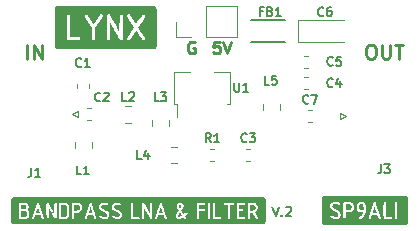
<source format=gbr>
%TF.GenerationSoftware,KiCad,Pcbnew,(5.99.0-7233-g6a28d6af27)*%
%TF.CreationDate,2021-08-16T18:37:05+02:00*%
%TF.ProjectId,lna,6c6e612e-6b69-4636-9164-5f7063625858,rev?*%
%TF.SameCoordinates,Original*%
%TF.FileFunction,Legend,Top*%
%TF.FilePolarity,Positive*%
%FSLAX46Y46*%
G04 Gerber Fmt 4.6, Leading zero omitted, Abs format (unit mm)*
G04 Created by KiCad (PCBNEW (5.99.0-7233-g6a28d6af27)) date 2021-08-16 18:37:05*
%MOMM*%
%LPD*%
G01*
G04 APERTURE LIST*
%ADD10C,0.200000*%
%ADD11C,0.250000*%
%ADD12C,0.150000*%
%ADD13C,0.120000*%
G04 APERTURE END LIST*
D10*
X150361904Y-102661904D02*
X150628571Y-103461904D01*
X150895238Y-102661904D01*
X151161904Y-103385714D02*
X151200000Y-103423809D01*
X151161904Y-103461904D01*
X151123809Y-103423809D01*
X151161904Y-103385714D01*
X151161904Y-103461904D01*
X151504761Y-102738095D02*
X151542857Y-102700000D01*
X151619047Y-102661904D01*
X151809523Y-102661904D01*
X151885714Y-102700000D01*
X151923809Y-102738095D01*
X151961904Y-102814285D01*
X151961904Y-102890476D01*
X151923809Y-103004761D01*
X151466666Y-103461904D01*
X151961904Y-103461904D01*
D11*
X145879523Y-88702380D02*
X145403333Y-88702380D01*
X145355714Y-89178571D01*
X145403333Y-89130952D01*
X145498571Y-89083333D01*
X145736666Y-89083333D01*
X145831904Y-89130952D01*
X145879523Y-89178571D01*
X145927142Y-89273809D01*
X145927142Y-89511904D01*
X145879523Y-89607142D01*
X145831904Y-89654761D01*
X145736666Y-89702380D01*
X145498571Y-89702380D01*
X145403333Y-89654761D01*
X145355714Y-89607142D01*
X146212857Y-88702380D02*
X146546190Y-89702380D01*
X146879523Y-88702380D01*
X143761904Y-88750000D02*
X143666666Y-88702380D01*
X143523809Y-88702380D01*
X143380952Y-88750000D01*
X143285714Y-88845238D01*
X143238095Y-88940476D01*
X143190476Y-89130952D01*
X143190476Y-89273809D01*
X143238095Y-89464285D01*
X143285714Y-89559523D01*
X143380952Y-89654761D01*
X143523809Y-89702380D01*
X143619047Y-89702380D01*
X143761904Y-89654761D01*
X143809523Y-89607142D01*
X143809523Y-89273809D01*
X143619047Y-89273809D01*
X158600000Y-88942857D02*
X158828571Y-88942857D01*
X158942857Y-89000000D01*
X159057142Y-89114285D01*
X159114285Y-89342857D01*
X159114285Y-89742857D01*
X159057142Y-89971428D01*
X158942857Y-90085714D01*
X158828571Y-90142857D01*
X158600000Y-90142857D01*
X158485714Y-90085714D01*
X158371428Y-89971428D01*
X158314285Y-89742857D01*
X158314285Y-89342857D01*
X158371428Y-89114285D01*
X158485714Y-89000000D01*
X158600000Y-88942857D01*
X159628571Y-88942857D02*
X159628571Y-89914285D01*
X159685714Y-90028571D01*
X159742857Y-90085714D01*
X159857142Y-90142857D01*
X160085714Y-90142857D01*
X160200000Y-90085714D01*
X160257142Y-90028571D01*
X160314285Y-89914285D01*
X160314285Y-88942857D01*
X160714285Y-88942857D02*
X161400000Y-88942857D01*
X161057142Y-90142857D02*
X161057142Y-88942857D01*
X129571428Y-90142857D02*
X129571428Y-88942857D01*
X130142857Y-90142857D02*
X130142857Y-88942857D01*
X130828571Y-90142857D01*
X130828571Y-88942857D01*
D12*
%TO.C,J1*%
X129950000Y-99389285D02*
X129950000Y-99925000D01*
X129914285Y-100032142D01*
X129842857Y-100103571D01*
X129735714Y-100139285D01*
X129664285Y-100139285D01*
X130700000Y-100139285D02*
X130271428Y-100139285D01*
X130485714Y-100139285D02*
X130485714Y-99389285D01*
X130414285Y-99496428D01*
X130342857Y-99567857D01*
X130271428Y-99603571D01*
%TO.C,J3*%
X159550000Y-99089285D02*
X159550000Y-99625000D01*
X159514285Y-99732142D01*
X159442857Y-99803571D01*
X159335714Y-99839285D01*
X159264285Y-99839285D01*
X159835714Y-99089285D02*
X160300000Y-99089285D01*
X160050000Y-99375000D01*
X160157142Y-99375000D01*
X160228571Y-99410714D01*
X160264285Y-99446428D01*
X160300000Y-99517857D01*
X160300000Y-99696428D01*
X160264285Y-99767857D01*
X160228571Y-99803571D01*
X160157142Y-99839285D01*
X159942857Y-99839285D01*
X159871428Y-99803571D01*
X159835714Y-99767857D01*
%TO.C,C1*%
X134187500Y-90767857D02*
X134151785Y-90803571D01*
X134044642Y-90839285D01*
X133973214Y-90839285D01*
X133866071Y-90803571D01*
X133794642Y-90732142D01*
X133758928Y-90660714D01*
X133723214Y-90517857D01*
X133723214Y-90410714D01*
X133758928Y-90267857D01*
X133794642Y-90196428D01*
X133866071Y-90125000D01*
X133973214Y-90089285D01*
X134044642Y-90089285D01*
X134151785Y-90125000D01*
X134187500Y-90160714D01*
X134901785Y-90839285D02*
X134473214Y-90839285D01*
X134687500Y-90839285D02*
X134687500Y-90089285D01*
X134616071Y-90196428D01*
X134544642Y-90267857D01*
X134473214Y-90303571D01*
%TO.C,C6*%
X154675000Y-86467857D02*
X154639285Y-86503571D01*
X154532142Y-86539285D01*
X154460714Y-86539285D01*
X154353571Y-86503571D01*
X154282142Y-86432142D01*
X154246428Y-86360714D01*
X154210714Y-86217857D01*
X154210714Y-86110714D01*
X154246428Y-85967857D01*
X154282142Y-85896428D01*
X154353571Y-85825000D01*
X154460714Y-85789285D01*
X154532142Y-85789285D01*
X154639285Y-85825000D01*
X154675000Y-85860714D01*
X155317857Y-85789285D02*
X155175000Y-85789285D01*
X155103571Y-85825000D01*
X155067857Y-85860714D01*
X154996428Y-85967857D01*
X154960714Y-86110714D01*
X154960714Y-86396428D01*
X154996428Y-86467857D01*
X155032142Y-86503571D01*
X155103571Y-86539285D01*
X155246428Y-86539285D01*
X155317857Y-86503571D01*
X155353571Y-86467857D01*
X155389285Y-86396428D01*
X155389285Y-86217857D01*
X155353571Y-86146428D01*
X155317857Y-86110714D01*
X155246428Y-86075000D01*
X155103571Y-86075000D01*
X155032142Y-86110714D01*
X154996428Y-86146428D01*
X154960714Y-86217857D01*
%TO.C,U1*%
X147128571Y-92189285D02*
X147128571Y-92796428D01*
X147164285Y-92867857D01*
X147200000Y-92903571D01*
X147271428Y-92939285D01*
X147414285Y-92939285D01*
X147485714Y-92903571D01*
X147521428Y-92867857D01*
X147557142Y-92796428D01*
X147557142Y-92189285D01*
X148307142Y-92939285D02*
X147878571Y-92939285D01*
X148092857Y-92939285D02*
X148092857Y-92189285D01*
X148021428Y-92296428D01*
X147950000Y-92367857D01*
X147878571Y-92403571D01*
%TO.C,L2*%
X138012500Y-93689285D02*
X137655357Y-93689285D01*
X137655357Y-92939285D01*
X138226785Y-93010714D02*
X138262500Y-92975000D01*
X138333928Y-92939285D01*
X138512500Y-92939285D01*
X138583928Y-92975000D01*
X138619642Y-93010714D01*
X138655357Y-93082142D01*
X138655357Y-93153571D01*
X138619642Y-93260714D01*
X138191071Y-93689285D01*
X138655357Y-93689285D01*
%TO.C,C2*%
X135787500Y-93687857D02*
X135751785Y-93723571D01*
X135644642Y-93759285D01*
X135573214Y-93759285D01*
X135466071Y-93723571D01*
X135394642Y-93652142D01*
X135358928Y-93580714D01*
X135323214Y-93437857D01*
X135323214Y-93330714D01*
X135358928Y-93187857D01*
X135394642Y-93116428D01*
X135466071Y-93045000D01*
X135573214Y-93009285D01*
X135644642Y-93009285D01*
X135751785Y-93045000D01*
X135787500Y-93080714D01*
X136073214Y-93080714D02*
X136108928Y-93045000D01*
X136180357Y-93009285D01*
X136358928Y-93009285D01*
X136430357Y-93045000D01*
X136466071Y-93080714D01*
X136501785Y-93152142D01*
X136501785Y-93223571D01*
X136466071Y-93330714D01*
X136037500Y-93759285D01*
X136501785Y-93759285D01*
%TO.C,C7*%
X153412500Y-93867857D02*
X153376785Y-93903571D01*
X153269642Y-93939285D01*
X153198214Y-93939285D01*
X153091071Y-93903571D01*
X153019642Y-93832142D01*
X152983928Y-93760714D01*
X152948214Y-93617857D01*
X152948214Y-93510714D01*
X152983928Y-93367857D01*
X153019642Y-93296428D01*
X153091071Y-93225000D01*
X153198214Y-93189285D01*
X153269642Y-93189285D01*
X153376785Y-93225000D01*
X153412500Y-93260714D01*
X153662500Y-93189285D02*
X154162500Y-93189285D01*
X153841071Y-93939285D01*
%TO.C,R1*%
X145125000Y-97209285D02*
X144875000Y-96852142D01*
X144696428Y-97209285D02*
X144696428Y-96459285D01*
X144982142Y-96459285D01*
X145053571Y-96495000D01*
X145089285Y-96530714D01*
X145125000Y-96602142D01*
X145125000Y-96709285D01*
X145089285Y-96780714D01*
X145053571Y-96816428D01*
X144982142Y-96852142D01*
X144696428Y-96852142D01*
X145839285Y-97209285D02*
X145410714Y-97209285D01*
X145625000Y-97209285D02*
X145625000Y-96459285D01*
X145553571Y-96566428D01*
X145482142Y-96637857D01*
X145410714Y-96673571D01*
%TO.C,L4*%
X139275000Y-98639285D02*
X138917857Y-98639285D01*
X138917857Y-97889285D01*
X139846428Y-98139285D02*
X139846428Y-98639285D01*
X139667857Y-97853571D02*
X139489285Y-98389285D01*
X139953571Y-98389285D01*
%TO.C,FB1*%
X149526071Y-86146428D02*
X149276071Y-86146428D01*
X149276071Y-86539285D02*
X149276071Y-85789285D01*
X149633214Y-85789285D01*
X150168928Y-86146428D02*
X150276071Y-86182142D01*
X150311785Y-86217857D01*
X150347500Y-86289285D01*
X150347500Y-86396428D01*
X150311785Y-86467857D01*
X150276071Y-86503571D01*
X150204642Y-86539285D01*
X149918928Y-86539285D01*
X149918928Y-85789285D01*
X150168928Y-85789285D01*
X150240357Y-85825000D01*
X150276071Y-85860714D01*
X150311785Y-85932142D01*
X150311785Y-86003571D01*
X150276071Y-86075000D01*
X150240357Y-86110714D01*
X150168928Y-86146428D01*
X149918928Y-86146428D01*
X151061785Y-86539285D02*
X150633214Y-86539285D01*
X150847500Y-86539285D02*
X150847500Y-85789285D01*
X150776071Y-85896428D01*
X150704642Y-85967857D01*
X150633214Y-86003571D01*
%TO.C,C4*%
X155475000Y-92467857D02*
X155439285Y-92503571D01*
X155332142Y-92539285D01*
X155260714Y-92539285D01*
X155153571Y-92503571D01*
X155082142Y-92432142D01*
X155046428Y-92360714D01*
X155010714Y-92217857D01*
X155010714Y-92110714D01*
X155046428Y-91967857D01*
X155082142Y-91896428D01*
X155153571Y-91825000D01*
X155260714Y-91789285D01*
X155332142Y-91789285D01*
X155439285Y-91825000D01*
X155475000Y-91860714D01*
X156117857Y-92039285D02*
X156117857Y-92539285D01*
X155939285Y-91753571D02*
X155760714Y-92289285D01*
X156225000Y-92289285D01*
%TO.C,L3*%
X140737500Y-93739285D02*
X140380357Y-93739285D01*
X140380357Y-92989285D01*
X140916071Y-92989285D02*
X141380357Y-92989285D01*
X141130357Y-93275000D01*
X141237500Y-93275000D01*
X141308928Y-93310714D01*
X141344642Y-93346428D01*
X141380357Y-93417857D01*
X141380357Y-93596428D01*
X141344642Y-93667857D01*
X141308928Y-93703571D01*
X141237500Y-93739285D01*
X141023214Y-93739285D01*
X140951785Y-93703571D01*
X140916071Y-93667857D01*
%TO.C,L5*%
X150075000Y-92339285D02*
X149717857Y-92339285D01*
X149717857Y-91589285D01*
X150682142Y-91589285D02*
X150325000Y-91589285D01*
X150289285Y-91946428D01*
X150325000Y-91910714D01*
X150396428Y-91875000D01*
X150575000Y-91875000D01*
X150646428Y-91910714D01*
X150682142Y-91946428D01*
X150717857Y-92017857D01*
X150717857Y-92196428D01*
X150682142Y-92267857D01*
X150646428Y-92303571D01*
X150575000Y-92339285D01*
X150396428Y-92339285D01*
X150325000Y-92303571D01*
X150289285Y-92267857D01*
%TO.C,C3*%
X148175000Y-97137857D02*
X148139285Y-97173571D01*
X148032142Y-97209285D01*
X147960714Y-97209285D01*
X147853571Y-97173571D01*
X147782142Y-97102142D01*
X147746428Y-97030714D01*
X147710714Y-96887857D01*
X147710714Y-96780714D01*
X147746428Y-96637857D01*
X147782142Y-96566428D01*
X147853571Y-96495000D01*
X147960714Y-96459285D01*
X148032142Y-96459285D01*
X148139285Y-96495000D01*
X148175000Y-96530714D01*
X148425000Y-96459285D02*
X148889285Y-96459285D01*
X148639285Y-96745000D01*
X148746428Y-96745000D01*
X148817857Y-96780714D01*
X148853571Y-96816428D01*
X148889285Y-96887857D01*
X148889285Y-97066428D01*
X148853571Y-97137857D01*
X148817857Y-97173571D01*
X148746428Y-97209285D01*
X148532142Y-97209285D01*
X148460714Y-97173571D01*
X148425000Y-97137857D01*
%TO.C,L1*%
X134187500Y-99939285D02*
X133830357Y-99939285D01*
X133830357Y-99189285D01*
X134830357Y-99939285D02*
X134401785Y-99939285D01*
X134616071Y-99939285D02*
X134616071Y-99189285D01*
X134544642Y-99296428D01*
X134473214Y-99367857D01*
X134401785Y-99403571D01*
%TO.C,C5*%
X155475000Y-90667857D02*
X155439285Y-90703571D01*
X155332142Y-90739285D01*
X155260714Y-90739285D01*
X155153571Y-90703571D01*
X155082142Y-90632142D01*
X155046428Y-90560714D01*
X155010714Y-90417857D01*
X155010714Y-90310714D01*
X155046428Y-90167857D01*
X155082142Y-90096428D01*
X155153571Y-90025000D01*
X155260714Y-89989285D01*
X155332142Y-89989285D01*
X155439285Y-90025000D01*
X155475000Y-90060714D01*
X156153571Y-89989285D02*
X155796428Y-89989285D01*
X155760714Y-90346428D01*
X155796428Y-90310714D01*
X155867857Y-90275000D01*
X156046428Y-90275000D01*
X156117857Y-90310714D01*
X156153571Y-90346428D01*
X156189285Y-90417857D01*
X156189285Y-90596428D01*
X156153571Y-90667857D01*
X156117857Y-90703571D01*
X156046428Y-90739285D01*
X155867857Y-90739285D01*
X155796428Y-90703571D01*
X155760714Y-90667857D01*
D13*
%TO.C,J1*%
X133410000Y-94800000D02*
X133910000Y-95050000D01*
X133910000Y-95050000D02*
X133910000Y-94550000D01*
X133910000Y-94550000D02*
X133410000Y-94800000D01*
%TO.C,J3*%
X156590000Y-95000000D02*
X156090000Y-94750000D01*
X156090000Y-94750000D02*
X156090000Y-95250000D01*
X156090000Y-95250000D02*
X156590000Y-95000000D01*
%TO.C,C1*%
X133840000Y-92612779D02*
X133840000Y-92287221D01*
X134860000Y-92612779D02*
X134860000Y-92287221D01*
%TO.C,C6*%
X152490000Y-86865000D02*
X152490000Y-88735000D01*
X156400000Y-86865000D02*
X152490000Y-86865000D01*
X152490000Y-88735000D02*
X156400000Y-88735000D01*
%TO.C,U1*%
X146760000Y-91240000D02*
X146760000Y-93960000D01*
X142270000Y-95100000D02*
X142270000Y-93960000D01*
X142040000Y-93960000D02*
X142270000Y-93960000D01*
X146760000Y-93960000D02*
X146530000Y-93960000D01*
X145450000Y-91240000D02*
X146760000Y-91240000D01*
X142040000Y-93960000D02*
X142040000Y-91240000D01*
X142040000Y-91240000D02*
X143350000Y-91240000D01*
%TO.C,L2*%
X138396078Y-95560000D02*
X137878922Y-95560000D01*
X138396078Y-94140000D02*
X137878922Y-94140000D01*
%TO.C,C2*%
X134687221Y-94340000D02*
X135012779Y-94340000D01*
X134687221Y-95360000D02*
X135012779Y-95360000D01*
%TO.C,C7*%
X153374721Y-94490000D02*
X153700279Y-94490000D01*
X153374721Y-95510000D02*
X153700279Y-95510000D01*
%TO.C,R1*%
X145087221Y-97790000D02*
X145412779Y-97790000D01*
X145087221Y-98810000D02*
X145412779Y-98810000D01*
%TO.C,L4*%
X141741422Y-97590000D02*
X142258578Y-97590000D01*
X141741422Y-99010000D02*
X142258578Y-99010000D01*
D12*
%TO.C,FB1*%
X148570890Y-86870890D02*
X151429110Y-86870890D01*
X148570890Y-88729110D02*
X151429110Y-88729110D01*
D13*
%TO.C,J2*%
X142170000Y-88330000D02*
X142170000Y-87000000D01*
X143500000Y-88330000D02*
X142170000Y-88330000D01*
X144770000Y-85670000D02*
X147370000Y-85670000D01*
X147370000Y-88330000D02*
X147370000Y-85670000D01*
X144770000Y-88330000D02*
X147370000Y-88330000D01*
X144770000Y-88330000D02*
X144770000Y-85670000D01*
%TO.C,C4*%
X153362779Y-91690000D02*
X153037221Y-91690000D01*
X153362779Y-92710000D02*
X153037221Y-92710000D01*
%TO.C,L3*%
X141610000Y-95328922D02*
X141610000Y-95846078D01*
X140190000Y-95328922D02*
X140190000Y-95846078D01*
%TO.C,G\u002A\u002A\u002A*%
G36*
X129307116Y-102500983D02*
G01*
X129347380Y-102501693D01*
X129377661Y-102503003D01*
X129399711Y-102505016D01*
X129415282Y-102507836D01*
X129424370Y-102510794D01*
X129466205Y-102534934D01*
X129498841Y-102567319D01*
X129521804Y-102605900D01*
X129534617Y-102648627D01*
X129536806Y-102693453D01*
X129527896Y-102738328D01*
X129507412Y-102781204D01*
X129491931Y-102802144D01*
X129475209Y-102817579D01*
X129452451Y-102833400D01*
X129438942Y-102840936D01*
X129427108Y-102846633D01*
X129416171Y-102850927D01*
X129404054Y-102854016D01*
X129388681Y-102856098D01*
X129367977Y-102857372D01*
X129339864Y-102858035D01*
X129302266Y-102858287D01*
X129256949Y-102858326D01*
X129109853Y-102858326D01*
X129109853Y-102500770D01*
X129255117Y-102500770D01*
X129307116Y-102500983D01*
G37*
G36*
X132629761Y-102502198D02*
G01*
X132686970Y-102503643D01*
X132732836Y-102506038D01*
X132769505Y-102510019D01*
X132799122Y-102516225D01*
X132823835Y-102525294D01*
X132845789Y-102537866D01*
X132867130Y-102554577D01*
X132890005Y-102576067D01*
X132895067Y-102581109D01*
X132933911Y-102626205D01*
X132960901Y-102672687D01*
X132977583Y-102723524D01*
X132982078Y-102748185D01*
X132983851Y-102767820D01*
X132985341Y-102798870D01*
X132986546Y-102839260D01*
X132987464Y-102886914D01*
X132988092Y-102939758D01*
X132988430Y-102995716D01*
X132988473Y-103052714D01*
X132988221Y-103108676D01*
X132987671Y-103161527D01*
X132986821Y-103209192D01*
X132985669Y-103249597D01*
X132984213Y-103280666D01*
X132982644Y-103298902D01*
X132968574Y-103357401D01*
X132942652Y-103410189D01*
X132905734Y-103456086D01*
X132858675Y-103493916D01*
X132828634Y-103510928D01*
X132777263Y-103536334D01*
X132633518Y-103538501D01*
X132489774Y-103540667D01*
X132489774Y-102499591D01*
X132629761Y-102502198D01*
G37*
G36*
X129229601Y-103040529D02*
G01*
X129295963Y-103041381D01*
X129350790Y-103044196D01*
X129395960Y-103049455D01*
X129433349Y-103057638D01*
X129464833Y-103069226D01*
X129492290Y-103084699D01*
X129517597Y-103104538D01*
X129531678Y-103117883D01*
X129566634Y-103161599D01*
X129589968Y-103209799D01*
X129601993Y-103260677D01*
X129603026Y-103312427D01*
X129593380Y-103363245D01*
X129573371Y-103411325D01*
X129543313Y-103454862D01*
X129503521Y-103492050D01*
X129462007Y-103517454D01*
X129449477Y-103523463D01*
X129438181Y-103528064D01*
X129426105Y-103531474D01*
X129411234Y-103533909D01*
X129391553Y-103535586D01*
X129365047Y-103536723D01*
X129329702Y-103537535D01*
X129283503Y-103538240D01*
X129266706Y-103538469D01*
X129109853Y-103540605D01*
X129109853Y-103040478D01*
X129229601Y-103040529D01*
G37*
G36*
X142578100Y-102506841D02*
G01*
X142609550Y-102523547D01*
X142634196Y-102548630D01*
X142650115Y-102579830D01*
X142655388Y-102614889D01*
X142653600Y-102632282D01*
X142648752Y-102644361D01*
X142637930Y-102664873D01*
X142622796Y-102691131D01*
X142605013Y-102720445D01*
X142586244Y-102750125D01*
X142568151Y-102777483D01*
X142552398Y-102799828D01*
X142541621Y-102813401D01*
X142536499Y-102810038D01*
X142525824Y-102796963D01*
X142510965Y-102776044D01*
X142493288Y-102749151D01*
X142485345Y-102736511D01*
X142461399Y-102696842D01*
X142444599Y-102665881D01*
X142434195Y-102641393D01*
X142429436Y-102621144D01*
X142429572Y-102602902D01*
X142433852Y-102584433D01*
X142434036Y-102583852D01*
X142451281Y-102549424D01*
X142477245Y-102522831D01*
X142509438Y-102505994D01*
X142541766Y-102500770D01*
X142578100Y-102506841D01*
G37*
G36*
X133726042Y-102502008D02*
G01*
X133776054Y-102502728D01*
X133814583Y-102503495D01*
X133843637Y-102504521D01*
X133865223Y-102506016D01*
X133881350Y-102508194D01*
X133894026Y-102511266D01*
X133905260Y-102515445D01*
X133917059Y-102520941D01*
X133920257Y-102522510D01*
X133957709Y-102545944D01*
X133993534Y-102577278D01*
X134023458Y-102612384D01*
X134038359Y-102636512D01*
X134048348Y-102660675D01*
X134057547Y-102690560D01*
X134062427Y-102711952D01*
X134065418Y-102764341D01*
X134055845Y-102816645D01*
X134034491Y-102866807D01*
X134002139Y-102912771D01*
X133975879Y-102939163D01*
X133955687Y-102955804D01*
X133935983Y-102968881D01*
X133914750Y-102978860D01*
X133889975Y-102986207D01*
X133859643Y-102991388D01*
X133821739Y-102994869D01*
X133774247Y-102997116D01*
X133719296Y-102998515D01*
X133569189Y-103001464D01*
X133569189Y-102499873D01*
X133726042Y-102502008D01*
G37*
G36*
X140916384Y-102713546D02*
G01*
X140923065Y-102728623D01*
X140932899Y-102753733D01*
X140945393Y-102787471D01*
X140960054Y-102828434D01*
X140976392Y-102875214D01*
X140993912Y-102926409D01*
X141012123Y-102980613D01*
X141030532Y-103036421D01*
X141048647Y-103092429D01*
X141060533Y-103129867D01*
X141083364Y-103202390D01*
X140748359Y-103202390D01*
X140828769Y-102961208D01*
X140847009Y-102906558D01*
X140864020Y-102855712D01*
X140879303Y-102810147D01*
X140892362Y-102771338D01*
X140902701Y-102740760D01*
X140909823Y-102719889D01*
X140913232Y-102710200D01*
X140913348Y-102709907D01*
X140916384Y-102713546D01*
G37*
G36*
X134965886Y-102714185D02*
G01*
X134972439Y-102729815D01*
X134982219Y-102755340D01*
X134994717Y-102789304D01*
X135009422Y-102830252D01*
X135025826Y-102876729D01*
X135043417Y-102927278D01*
X135061687Y-102980444D01*
X135080124Y-103034772D01*
X135098219Y-103088805D01*
X135115461Y-103141088D01*
X135131342Y-103190165D01*
X135131476Y-103190584D01*
X135131878Y-103194255D01*
X135129429Y-103197077D01*
X135122609Y-103199162D01*
X135109899Y-103200619D01*
X135089780Y-103201560D01*
X135060733Y-103202095D01*
X135021239Y-103202335D01*
X134969779Y-103202390D01*
X134969511Y-103202390D01*
X134915674Y-103202242D01*
X134874052Y-103201755D01*
X134843374Y-103200863D01*
X134822365Y-103199500D01*
X134809751Y-103197600D01*
X134804260Y-103195099D01*
X134803771Y-103193847D01*
X134805817Y-103186219D01*
X134811572Y-103167532D01*
X134820465Y-103139523D01*
X134831925Y-103103930D01*
X134845379Y-103062489D01*
X134860256Y-103016938D01*
X134875984Y-102969013D01*
X134891991Y-102920451D01*
X134907706Y-102872989D01*
X134922556Y-102828365D01*
X134935970Y-102788314D01*
X134947377Y-102754574D01*
X134956204Y-102728882D01*
X134961880Y-102712975D01*
X134963072Y-102709907D01*
X134965886Y-102714185D01*
G37*
G36*
X130506901Y-102713218D02*
G01*
X130513724Y-102728253D01*
X130523801Y-102753869D01*
X130536727Y-102788922D01*
X130552103Y-102832268D01*
X130569527Y-102882763D01*
X130588595Y-102939262D01*
X130608908Y-103000623D01*
X130630062Y-103065701D01*
X130644129Y-103109628D01*
X130673657Y-103202390D01*
X130338744Y-103202390D01*
X130419154Y-102961208D01*
X130437395Y-102906558D01*
X130454405Y-102855712D01*
X130469688Y-102810147D01*
X130482747Y-102771338D01*
X130493086Y-102740760D01*
X130500207Y-102719889D01*
X130503616Y-102710200D01*
X130503732Y-102709907D01*
X130506901Y-102713218D01*
G37*
G36*
X148644438Y-102501042D02*
G01*
X148688692Y-102502114D01*
X148723783Y-102504370D01*
X148751874Y-102508194D01*
X148775127Y-102513970D01*
X148795705Y-102522084D01*
X148815768Y-102532918D01*
X148833584Y-102544254D01*
X148876214Y-102580027D01*
X148908367Y-102622599D01*
X148929917Y-102670117D01*
X148940740Y-102720728D01*
X148940711Y-102772578D01*
X148929707Y-102823815D01*
X148907602Y-102872585D01*
X148874272Y-102917035D01*
X148859602Y-102931532D01*
X148837682Y-102950507D01*
X148816940Y-102965369D01*
X148795282Y-102976659D01*
X148770610Y-102984917D01*
X148740828Y-102990683D01*
X148703841Y-102994498D01*
X148657550Y-102996902D01*
X148600053Y-102998431D01*
X148557079Y-102999054D01*
X148518689Y-102999165D01*
X148486923Y-102998792D01*
X148463818Y-102997968D01*
X148451413Y-102996723D01*
X148449946Y-102996166D01*
X148448788Y-102988458D01*
X148447723Y-102968797D01*
X148446782Y-102938726D01*
X148445997Y-102899785D01*
X148445398Y-102853514D01*
X148445018Y-102801454D01*
X148444887Y-102745887D01*
X148444887Y-102500770D01*
X148588861Y-102500770D01*
X148644438Y-102501042D01*
G37*
G36*
X128213364Y-102038124D02*
G01*
X128235803Y-101996250D01*
X128270108Y-101956929D01*
X128314711Y-101921444D01*
X128368045Y-101891082D01*
X128417484Y-101870807D01*
X128458831Y-101856494D01*
X138978444Y-101854794D01*
X139437397Y-101854721D01*
X139883050Y-101854652D01*
X140315595Y-101854588D01*
X140735223Y-101854528D01*
X141142127Y-101854473D01*
X141536498Y-101854423D01*
X141918530Y-101854378D01*
X142288413Y-101854338D01*
X142646340Y-101854303D01*
X142992504Y-101854274D01*
X143327096Y-101854251D01*
X143650308Y-101854233D01*
X143962332Y-101854222D01*
X144263361Y-101854216D01*
X144553586Y-101854217D01*
X144833200Y-101854224D01*
X145102395Y-101854238D01*
X145361362Y-101854259D01*
X145610294Y-101854286D01*
X145849384Y-101854320D01*
X146078822Y-101854362D01*
X146298802Y-101854411D01*
X146509515Y-101854467D01*
X146711153Y-101854531D01*
X146903909Y-101854603D01*
X147087974Y-101854683D01*
X147263541Y-101854771D01*
X147430802Y-101854867D01*
X147589948Y-101854971D01*
X147741173Y-101855084D01*
X147884667Y-101855206D01*
X148020623Y-101855336D01*
X148149234Y-101855476D01*
X148270691Y-101855625D01*
X148385186Y-101855783D01*
X148492911Y-101855950D01*
X148594059Y-101856127D01*
X148688822Y-101856314D01*
X148777391Y-101856510D01*
X148859959Y-101856717D01*
X148936718Y-101856934D01*
X149007860Y-101857161D01*
X149073577Y-101857399D01*
X149134061Y-101857648D01*
X149189505Y-101857907D01*
X149240100Y-101858177D01*
X149286038Y-101858458D01*
X149327511Y-101858751D01*
X149364712Y-101859055D01*
X149397833Y-101859371D01*
X149427066Y-101859698D01*
X149452602Y-101860037D01*
X149474635Y-101860388D01*
X149493355Y-101860752D01*
X149508956Y-101861128D01*
X149521628Y-101861516D01*
X149531566Y-101861917D01*
X149538959Y-101862330D01*
X149544001Y-101862757D01*
X149546598Y-101863133D01*
X149603909Y-101879784D01*
X149657402Y-101904518D01*
X149704998Y-101935818D01*
X149744616Y-101972165D01*
X149774176Y-102012042D01*
X149786729Y-102038374D01*
X149788722Y-102043824D01*
X149790519Y-102049437D01*
X149792129Y-102055908D01*
X149793564Y-102063927D01*
X149794833Y-102074186D01*
X149795947Y-102087377D01*
X149796915Y-102104192D01*
X149797749Y-102125322D01*
X149798457Y-102151459D01*
X149799050Y-102183294D01*
X149799539Y-102221521D01*
X149799933Y-102266829D01*
X149800243Y-102319912D01*
X149800478Y-102381460D01*
X149800650Y-102452166D01*
X149800768Y-102532722D01*
X149800842Y-102623818D01*
X149800882Y-102726147D01*
X149800899Y-102840400D01*
X149800903Y-102967270D01*
X149800903Y-103930490D01*
X149786635Y-103968622D01*
X149764886Y-104009125D01*
X149731819Y-104047416D01*
X149689594Y-104081912D01*
X149640373Y-104111032D01*
X149586315Y-104133193D01*
X149547915Y-104143476D01*
X149544722Y-104143909D01*
X149539207Y-104144330D01*
X149531176Y-104144738D01*
X149520439Y-104145133D01*
X149506805Y-104145517D01*
X149490081Y-104145888D01*
X149470077Y-104146248D01*
X149446601Y-104146595D01*
X149419461Y-104146932D01*
X149388467Y-104147257D01*
X149353427Y-104147570D01*
X149314150Y-104147873D01*
X149270444Y-104148165D01*
X149222117Y-104148446D01*
X149168979Y-104148716D01*
X149110838Y-104148976D01*
X149047502Y-104149226D01*
X148978780Y-104149466D01*
X148904482Y-104149696D01*
X148824414Y-104149917D01*
X148738387Y-104150127D01*
X148646208Y-104150329D01*
X148547687Y-104150521D01*
X148442631Y-104150704D01*
X148330850Y-104150879D01*
X148212151Y-104151044D01*
X148086345Y-104151202D01*
X147953238Y-104151350D01*
X147812641Y-104151491D01*
X147664361Y-104151624D01*
X147508207Y-104151748D01*
X147343987Y-104151866D01*
X147171511Y-104151975D01*
X146990587Y-104152077D01*
X146801023Y-104152172D01*
X146602628Y-104152260D01*
X146395211Y-104152342D01*
X146178580Y-104152416D01*
X145952544Y-104152484D01*
X145716912Y-104152546D01*
X145471492Y-104152601D01*
X145216092Y-104152651D01*
X144950522Y-104152694D01*
X144674589Y-104152732D01*
X144388103Y-104152765D01*
X144090873Y-104152792D01*
X143782706Y-104152814D01*
X143463411Y-104152831D01*
X143132798Y-104152843D01*
X142790673Y-104152851D01*
X142436847Y-104152854D01*
X142071128Y-104152852D01*
X141693324Y-104152847D01*
X141303245Y-104152837D01*
X140900697Y-104152824D01*
X140485491Y-104152807D01*
X140057435Y-104152786D01*
X139616337Y-104152763D01*
X139162006Y-104152736D01*
X138996626Y-104152725D01*
X138620068Y-104152700D01*
X138246721Y-104152671D01*
X137876815Y-104152639D01*
X137510578Y-104152603D01*
X137148240Y-104152565D01*
X136790031Y-104152523D01*
X136436179Y-104152478D01*
X136086915Y-104152431D01*
X135742466Y-104152381D01*
X135403063Y-104152328D01*
X135068935Y-104152272D01*
X134740311Y-104152214D01*
X134417420Y-104152153D01*
X134100492Y-104152090D01*
X133789756Y-104152025D01*
X133485441Y-104151957D01*
X133187777Y-104151887D01*
X132896993Y-104151815D01*
X132613317Y-104151741D01*
X132336981Y-104151665D01*
X132068211Y-104151586D01*
X131807239Y-104151507D01*
X131554293Y-104151425D01*
X131309603Y-104151342D01*
X131073398Y-104151257D01*
X130845906Y-104151170D01*
X130627359Y-104151083D01*
X130417984Y-104150993D01*
X130218011Y-104150903D01*
X130027669Y-104150811D01*
X129847188Y-104150718D01*
X129676797Y-104150624D01*
X129516725Y-104150529D01*
X129367201Y-104150434D01*
X129228456Y-104150337D01*
X129100717Y-104150239D01*
X128984215Y-104150141D01*
X128879178Y-104150042D01*
X128785837Y-104149943D01*
X128704419Y-104149843D01*
X128635156Y-104149743D01*
X128578274Y-104149643D01*
X128534006Y-104149542D01*
X128502578Y-104149441D01*
X128484221Y-104149340D01*
X128479070Y-104149255D01*
X128412141Y-104131878D01*
X128355718Y-104109307D01*
X128307430Y-104080383D01*
X128265736Y-104044771D01*
X128236256Y-104010903D01*
X128216950Y-103977471D01*
X128213364Y-103968622D01*
X128199097Y-103930490D01*
X128199097Y-103129409D01*
X128927693Y-103129409D01*
X128927699Y-103225899D01*
X128927769Y-103310523D01*
X128927953Y-103384095D01*
X128928300Y-103447426D01*
X128928859Y-103501330D01*
X128929679Y-103546621D01*
X128930811Y-103584112D01*
X128932303Y-103614616D01*
X128934204Y-103638945D01*
X128936564Y-103657914D01*
X128939433Y-103672335D01*
X128942859Y-103683022D01*
X128946892Y-103690787D01*
X128951582Y-103696445D01*
X128956977Y-103700808D01*
X128963127Y-103704689D01*
X128969461Y-103708512D01*
X128976109Y-103712361D01*
X128983363Y-103715403D01*
X128992747Y-103717713D01*
X129005787Y-103719363D01*
X129024006Y-103720427D01*
X129048931Y-103720977D01*
X129082086Y-103721087D01*
X129124995Y-103720831D01*
X129179185Y-103720281D01*
X129207676Y-103719958D01*
X129268590Y-103719190D01*
X129317772Y-103718365D01*
X129356981Y-103717371D01*
X129387977Y-103716095D01*
X129412521Y-103714425D01*
X129432372Y-103712249D01*
X129449291Y-103709455D01*
X129465037Y-103705931D01*
X129476948Y-103702792D01*
X129546521Y-103676853D01*
X129590566Y-103650644D01*
X130012896Y-103650644D01*
X130013453Y-103660261D01*
X130015260Y-103667924D01*
X130018102Y-103674408D01*
X130021765Y-103680488D01*
X130025835Y-103686633D01*
X130045714Y-103707299D01*
X130072625Y-103718058D01*
X130107760Y-103719641D01*
X130131530Y-103716733D01*
X130147449Y-103710418D01*
X130161118Y-103698357D01*
X130162579Y-103696743D01*
X130171220Y-103683735D01*
X130181883Y-103661445D01*
X130194945Y-103628935D01*
X130210784Y-103585265D01*
X130229470Y-103530420D01*
X130278094Y-103384541D01*
X130734602Y-103384541D01*
X130779939Y-103521155D01*
X130793950Y-103562922D01*
X130807125Y-103601357D01*
X130818681Y-103634240D01*
X130827835Y-103659353D01*
X130833805Y-103674478D01*
X130834798Y-103676619D01*
X130853390Y-103699566D01*
X130879890Y-103714748D01*
X130910559Y-103721212D01*
X130941658Y-103718004D01*
X130962266Y-103709137D01*
X130981506Y-103691473D01*
X130996913Y-103666846D01*
X131005061Y-103641188D01*
X131005577Y-103634145D01*
X131003487Y-103625765D01*
X130997407Y-103605479D01*
X130987630Y-103574179D01*
X130974443Y-103532757D01*
X130958136Y-103482104D01*
X130939000Y-103423111D01*
X130917323Y-103356670D01*
X130893395Y-103283672D01*
X130867506Y-103205008D01*
X130839946Y-103121570D01*
X130811004Y-103034249D01*
X130796420Y-102990358D01*
X130761533Y-102885471D01*
X130730612Y-102792626D01*
X130703367Y-102711062D01*
X130679505Y-102640018D01*
X130673792Y-102623158D01*
X131229122Y-102623158D01*
X131229127Y-102687713D01*
X131229226Y-102762677D01*
X131229404Y-102848875D01*
X131229648Y-102947131D01*
X131229861Y-103028130D01*
X131231580Y-103673550D01*
X131248446Y-103691696D01*
X131268372Y-103709241D01*
X131289989Y-103718385D01*
X131318802Y-103721402D01*
X131320451Y-103721431D01*
X131346328Y-103718098D01*
X131368171Y-103705380D01*
X131369514Y-103704265D01*
X131385344Y-103689083D01*
X131397360Y-103674385D01*
X131398704Y-103672220D01*
X131400497Y-103665606D01*
X131402104Y-103651885D01*
X131403543Y-103630338D01*
X131404833Y-103600241D01*
X131405993Y-103560875D01*
X131407039Y-103511517D01*
X131407992Y-103451447D01*
X131408869Y-103379943D01*
X131409689Y-103296284D01*
X131410358Y-103214616D01*
X131413731Y-102771462D01*
X131672565Y-103236774D01*
X131721839Y-103325244D01*
X131765043Y-103402555D01*
X131802578Y-103469392D01*
X131834842Y-103526438D01*
X131862235Y-103574374D01*
X131885156Y-103613885D01*
X131904006Y-103645653D01*
X131919183Y-103670362D01*
X131931088Y-103688694D01*
X131940119Y-103701333D01*
X131946676Y-103708962D01*
X131950517Y-103711973D01*
X131977436Y-103720381D01*
X132007215Y-103721322D01*
X132034301Y-103715037D01*
X132047113Y-103707771D01*
X132053377Y-103703027D01*
X132058911Y-103698705D01*
X132063761Y-103693983D01*
X132067970Y-103688044D01*
X132071585Y-103680068D01*
X132074651Y-103669236D01*
X132077212Y-103654729D01*
X132079314Y-103635728D01*
X132081001Y-103611413D01*
X132082320Y-103580967D01*
X132083314Y-103543569D01*
X132084030Y-103498401D01*
X132084512Y-103444644D01*
X132084805Y-103381478D01*
X132084954Y-103308084D01*
X132085006Y-103223644D01*
X132085004Y-103129900D01*
X132307617Y-103129900D01*
X132307627Y-103225559D01*
X132307693Y-103309375D01*
X132307853Y-103382170D01*
X132308147Y-103444770D01*
X132308616Y-103497998D01*
X132309298Y-103542680D01*
X132310233Y-103579638D01*
X132311460Y-103609697D01*
X132313020Y-103633682D01*
X132314951Y-103652417D01*
X132317294Y-103666725D01*
X132320087Y-103677432D01*
X132323371Y-103685361D01*
X132327185Y-103691337D01*
X132331569Y-103696184D01*
X132336561Y-103700726D01*
X132340387Y-103704118D01*
X132348018Y-103710132D01*
X132357157Y-103714879D01*
X132369352Y-103718488D01*
X132386150Y-103721085D01*
X132409098Y-103722798D01*
X132439743Y-103723754D01*
X132479631Y-103724082D01*
X132530310Y-103723907D01*
X132575984Y-103723527D01*
X132640564Y-103722641D01*
X132693123Y-103721276D01*
X132735124Y-103719356D01*
X132768035Y-103716801D01*
X132793320Y-103713536D01*
X132804165Y-103711483D01*
X132875386Y-103689363D01*
X132942159Y-103655299D01*
X133002938Y-103610524D01*
X133056177Y-103556273D01*
X133100331Y-103493777D01*
X133117842Y-103461218D01*
X133128273Y-103439315D01*
X133137047Y-103419116D01*
X133144296Y-103399256D01*
X133150155Y-103378364D01*
X133154758Y-103355074D01*
X133158240Y-103328017D01*
X133160735Y-103295826D01*
X133162376Y-103257133D01*
X133163299Y-103210569D01*
X133163637Y-103154767D01*
X133163594Y-103129386D01*
X133387029Y-103129386D01*
X133387036Y-103225906D01*
X133387106Y-103310558D01*
X133387291Y-103384154D01*
X133387638Y-103447506D01*
X133388198Y-103501428D01*
X133389020Y-103546732D01*
X133390153Y-103584229D01*
X133391646Y-103614733D01*
X133393549Y-103639055D01*
X133395910Y-103658008D01*
X133398780Y-103672404D01*
X133402207Y-103683056D01*
X133406241Y-103690776D01*
X133410932Y-103696376D01*
X133416327Y-103700669D01*
X133422478Y-103704467D01*
X133428797Y-103708193D01*
X133452256Y-103717815D01*
X133477741Y-103721807D01*
X133478114Y-103721808D01*
X133503538Y-103717935D01*
X133527122Y-103708380D01*
X133527431Y-103708193D01*
X133537858Y-103701388D01*
X133546388Y-103694019D01*
X133553212Y-103684738D01*
X133558521Y-103672196D01*
X133562503Y-103655044D01*
X133565349Y-103631934D01*
X133565472Y-103629958D01*
X134471219Y-103629958D01*
X134475834Y-103665162D01*
X134491000Y-103692691D01*
X134515414Y-103711316D01*
X134547774Y-103719804D01*
X134566426Y-103719869D01*
X134591166Y-103716433D01*
X134608432Y-103708896D01*
X134621483Y-103697653D01*
X134629187Y-103687663D01*
X134637646Y-103672115D01*
X134647475Y-103649490D01*
X134659290Y-103618272D01*
X134673705Y-103576943D01*
X134688970Y-103531187D01*
X134737284Y-103384366D01*
X134967211Y-103386140D01*
X135197139Y-103387915D01*
X135248383Y-103539620D01*
X135264772Y-103587870D01*
X135277698Y-103624980D01*
X135287906Y-103652629D01*
X135296144Y-103672497D01*
X135303156Y-103686263D01*
X135309689Y-103695606D01*
X135316489Y-103702206D01*
X135322551Y-103706592D01*
X135352468Y-103719464D01*
X135383413Y-103721000D01*
X135412741Y-103712562D01*
X135437806Y-103695515D01*
X135455963Y-103671221D01*
X135464564Y-103641044D01*
X135464913Y-103633240D01*
X135462817Y-103624622D01*
X135456764Y-103604289D01*
X135447111Y-103573312D01*
X135434212Y-103532763D01*
X135418424Y-103483710D01*
X135400102Y-103427226D01*
X135379600Y-103364381D01*
X135357276Y-103296245D01*
X135333484Y-103223889D01*
X135308579Y-103148384D01*
X135282917Y-103070801D01*
X135256854Y-102992210D01*
X135230745Y-102913681D01*
X135204945Y-102836286D01*
X135179810Y-102761096D01*
X135155696Y-102689180D01*
X135147205Y-102663947D01*
X135686993Y-102663947D01*
X135689385Y-102728412D01*
X135703514Y-102791767D01*
X135729379Y-102852466D01*
X135766981Y-102908967D01*
X135794705Y-102939742D01*
X135806896Y-102951609D01*
X135818782Y-102962232D01*
X135831759Y-102972425D01*
X135847220Y-102983002D01*
X135866559Y-102994779D01*
X135891171Y-103008570D01*
X135922450Y-103025190D01*
X135961790Y-103045454D01*
X136010585Y-103070176D01*
X136062941Y-103096513D01*
X136114588Y-103122627D01*
X136163083Y-103147484D01*
X136206938Y-103170295D01*
X136244660Y-103190270D01*
X136274760Y-103206621D01*
X136295747Y-103218558D01*
X136306120Y-103225282D01*
X136335499Y-103258416D01*
X136355037Y-103298558D01*
X136364223Y-103342965D01*
X136362543Y-103388894D01*
X136349484Y-103433604D01*
X136346343Y-103440381D01*
X136321692Y-103479362D01*
X136290380Y-103508364D01*
X136251729Y-103527602D01*
X136205060Y-103537289D01*
X136149694Y-103537640D01*
X136084953Y-103528869D01*
X136073414Y-103526580D01*
X136003401Y-103508872D01*
X135939935Y-103485237D01*
X135876693Y-103453236D01*
X135863421Y-103445562D01*
X135836722Y-103430532D01*
X135812337Y-103418038D01*
X135793901Y-103409886D01*
X135787858Y-103407960D01*
X135764581Y-103408531D01*
X135738477Y-103417399D01*
X135714785Y-103432049D01*
X135698742Y-103449962D01*
X135698141Y-103451079D01*
X135689357Y-103478428D01*
X135688008Y-103508327D01*
X135693920Y-103535416D01*
X135701290Y-103548618D01*
X135718937Y-103565434D01*
X135746849Y-103585306D01*
X135782526Y-103606923D01*
X135823467Y-103628972D01*
X135867172Y-103650140D01*
X135911139Y-103669117D01*
X135952868Y-103684588D01*
X135971524Y-103690429D01*
X136035619Y-103705875D01*
X136100808Y-103715788D01*
X136164279Y-103720065D01*
X136223224Y-103718601D01*
X136274834Y-103711292D01*
X136304570Y-103702832D01*
X136365044Y-103674004D01*
X136419898Y-103634511D01*
X136466713Y-103586402D01*
X136500010Y-103537363D01*
X136527028Y-103475397D01*
X136541768Y-103410377D01*
X136544490Y-103344175D01*
X136535456Y-103278662D01*
X136514926Y-103215711D01*
X136483162Y-103157194D01*
X136440423Y-103104983D01*
X136439671Y-103104229D01*
X136428003Y-103092909D01*
X136416246Y-103082580D01*
X136403019Y-103072441D01*
X136386943Y-103061689D01*
X136366638Y-103049523D01*
X136340722Y-103035140D01*
X136307818Y-103017737D01*
X136266543Y-102996513D01*
X136215519Y-102970666D01*
X136173427Y-102949476D01*
X136117564Y-102921113D01*
X136066119Y-102894450D01*
X136020441Y-102870222D01*
X135981881Y-102849162D01*
X135951787Y-102832004D01*
X135931510Y-102819481D01*
X135923754Y-102813753D01*
X135894726Y-102779133D01*
X135876582Y-102739246D01*
X135868991Y-102696324D01*
X135870920Y-102664228D01*
X136767167Y-102664228D01*
X136769939Y-102730386D01*
X136785034Y-102795014D01*
X136811941Y-102856328D01*
X136850154Y-102912545D01*
X136874359Y-102939207D01*
X136886476Y-102951078D01*
X136898167Y-102961652D01*
X136910799Y-102971728D01*
X136925742Y-102982106D01*
X136944363Y-102993585D01*
X136968029Y-103006965D01*
X136998109Y-103023045D01*
X137035971Y-103042623D01*
X137082983Y-103066501D01*
X137140512Y-103095476D01*
X137149618Y-103100052D01*
X137213763Y-103132404D01*
X137266930Y-103159642D01*
X137310261Y-103182591D01*
X137344895Y-103202073D01*
X137371971Y-103218913D01*
X137392629Y-103233932D01*
X137408010Y-103247955D01*
X137419253Y-103261804D01*
X137427497Y-103276303D01*
X137433884Y-103292276D01*
X137439157Y-103309182D01*
X137446030Y-103355276D01*
X137440940Y-103400877D01*
X137425059Y-103443643D01*
X137399560Y-103481233D01*
X137365612Y-103511307D01*
X137328606Y-103530082D01*
X137291909Y-103537786D01*
X137246367Y-103538838D01*
X137194549Y-103533787D01*
X137139019Y-103523183D01*
X137082345Y-103507575D01*
X137027093Y-103487511D01*
X136975830Y-103463540D01*
X136950928Y-103449299D01*
X136916318Y-103428934D01*
X136889684Y-103415958D01*
X136868340Y-103409492D01*
X136849598Y-103408659D01*
X136834830Y-103411417D01*
X136804058Y-103425816D01*
X136781809Y-103448537D01*
X136769199Y-103476868D01*
X136767345Y-103508099D01*
X136777362Y-103539517D01*
X136780113Y-103544333D01*
X136795780Y-103561847D01*
X136822148Y-103582166D01*
X136857025Y-103604115D01*
X136898220Y-103626521D01*
X136943540Y-103648210D01*
X136990795Y-103668007D01*
X137037791Y-103684739D01*
X137048516Y-103688086D01*
X137108487Y-103703488D01*
X137170295Y-103714380D01*
X137230687Y-103720474D01*
X137286409Y-103721481D01*
X137334209Y-103717112D01*
X137347144Y-103714568D01*
X137398056Y-103697651D01*
X137449470Y-103671248D01*
X137496364Y-103638183D01*
X137518219Y-103618372D01*
X137563263Y-103564200D01*
X137596351Y-103504842D01*
X137617320Y-103441671D01*
X137626006Y-103376058D01*
X137622246Y-103309375D01*
X137605877Y-103242992D01*
X137576736Y-103178281D01*
X137571677Y-103169516D01*
X137558819Y-103148832D01*
X137545659Y-103130432D01*
X137530945Y-103113448D01*
X137513425Y-103097011D01*
X137491845Y-103080252D01*
X137464953Y-103062304D01*
X137431497Y-103042297D01*
X137390223Y-103019364D01*
X137339879Y-102992634D01*
X137279212Y-102961241D01*
X137248899Y-102945713D01*
X137197082Y-102919051D01*
X137148395Y-102893673D01*
X137104312Y-102870372D01*
X137066308Y-102849942D01*
X137035858Y-102833175D01*
X137014438Y-102820866D01*
X137003521Y-102813806D01*
X137003299Y-102813624D01*
X136989219Y-102798090D01*
X136974164Y-102775948D01*
X136965578Y-102760295D01*
X136955865Y-102738298D01*
X136950822Y-102719090D01*
X136949406Y-102696838D01*
X136950133Y-102673932D01*
X136958097Y-102625247D01*
X136977156Y-102583798D01*
X137008054Y-102548164D01*
X137022061Y-102536605D01*
X137046957Y-102520163D01*
X137072698Y-102509347D01*
X137102493Y-102503474D01*
X137139548Y-102501859D01*
X137178486Y-102503285D01*
X137224790Y-102507051D01*
X137267399Y-102513092D01*
X137310535Y-102522276D01*
X137358419Y-102535469D01*
X137402212Y-102549241D01*
X137431793Y-102558764D01*
X137451968Y-102564436D01*
X137466156Y-102566597D01*
X137477775Y-102565590D01*
X137490244Y-102561754D01*
X137498078Y-102558800D01*
X137527189Y-102541300D01*
X137546806Y-102516291D01*
X137556031Y-102486562D01*
X137553965Y-102454903D01*
X137540921Y-102425871D01*
X137521935Y-102407543D01*
X137489877Y-102389416D01*
X137469517Y-102381331D01*
X138392828Y-102381331D01*
X138392828Y-103666853D01*
X138410830Y-103688247D01*
X138425807Y-103703424D01*
X138440195Y-103714028D01*
X138442876Y-103715323D01*
X138452400Y-103716520D01*
X138473969Y-103717651D01*
X138506138Y-103718687D01*
X138547458Y-103719599D01*
X138596483Y-103720360D01*
X138651766Y-103720940D01*
X138711860Y-103721312D01*
X138754447Y-103721431D01*
X139051975Y-103721859D01*
X139074898Y-103706460D01*
X139097954Y-103683717D01*
X139110449Y-103655555D01*
X139112356Y-103624990D01*
X139103647Y-103595034D01*
X139084295Y-103568702D01*
X139076215Y-103561810D01*
X139051671Y-103543081D01*
X138568233Y-103538929D01*
X138568233Y-103127997D01*
X139337308Y-103127997D01*
X139337314Y-103224649D01*
X139337384Y-103309431D01*
X139337568Y-103383154D01*
X139337914Y-103446630D01*
X139338471Y-103500670D01*
X139339289Y-103546086D01*
X139340417Y-103583688D01*
X139341904Y-103614289D01*
X139343798Y-103638698D01*
X139346150Y-103657729D01*
X139349009Y-103672192D01*
X139352423Y-103682898D01*
X139356441Y-103690660D01*
X139361113Y-103696287D01*
X139366488Y-103700592D01*
X139372615Y-103704386D01*
X139379076Y-103708193D01*
X139408828Y-103719373D01*
X139441652Y-103720740D01*
X139471577Y-103712084D01*
X139489220Y-103699147D01*
X139503287Y-103683412D01*
X139505830Y-103679135D01*
X139508027Y-103673689D01*
X139509913Y-103666080D01*
X139511521Y-103655312D01*
X139512886Y-103640392D01*
X139514042Y-103620323D01*
X139515025Y-103594112D01*
X139515868Y-103560764D01*
X139516606Y-103519283D01*
X139517273Y-103468675D01*
X139517904Y-103407945D01*
X139518533Y-103336099D01*
X139519195Y-103252141D01*
X139519468Y-103216082D01*
X139522842Y-102767649D01*
X139778514Y-103228128D01*
X139829845Y-103320328D01*
X139876469Y-103403563D01*
X139918179Y-103477473D01*
X139954766Y-103541696D01*
X139986021Y-103595872D01*
X140011737Y-103639641D01*
X140031705Y-103672640D01*
X140045717Y-103694509D01*
X140053564Y-103704887D01*
X140053946Y-103705233D01*
X140080317Y-103719306D01*
X140110284Y-103722583D01*
X140140381Y-103715764D01*
X140167143Y-103699551D01*
X140184756Y-103678780D01*
X140186899Y-103674820D01*
X140188787Y-103669906D01*
X140190437Y-103663208D01*
X140191863Y-103653896D01*
X140192174Y-103650644D01*
X140422510Y-103650644D01*
X140423068Y-103660261D01*
X140424875Y-103667924D01*
X140427717Y-103674408D01*
X140431380Y-103680488D01*
X140435450Y-103686633D01*
X140455329Y-103707299D01*
X140482239Y-103718058D01*
X140517375Y-103719641D01*
X140541144Y-103716733D01*
X140557064Y-103710418D01*
X140570733Y-103698357D01*
X140572194Y-103696743D01*
X140580831Y-103683741D01*
X140591489Y-103661462D01*
X140604546Y-103628968D01*
X140620379Y-103585317D01*
X140639114Y-103530332D01*
X140687767Y-103384366D01*
X140917077Y-103386140D01*
X141146387Y-103387915D01*
X141191856Y-103526215D01*
X141205738Y-103567986D01*
X141218710Y-103606171D01*
X141230022Y-103638632D01*
X141238925Y-103663228D01*
X141244670Y-103677821D01*
X141245733Y-103680055D01*
X141264351Y-103701348D01*
X141290911Y-103715312D01*
X141321486Y-103721042D01*
X141352153Y-103717633D01*
X141371881Y-103709137D01*
X141391208Y-103691376D01*
X141406626Y-103666617D01*
X141414709Y-103640806D01*
X141415192Y-103633954D01*
X141413100Y-103625546D01*
X141407019Y-103605234D01*
X141397237Y-103573909D01*
X141384044Y-103532464D01*
X141367730Y-103481790D01*
X141357323Y-103449708D01*
X142179191Y-103449708D01*
X142189271Y-103508441D01*
X142211755Y-103564281D01*
X142246303Y-103615832D01*
X142275162Y-103646468D01*
X142314005Y-103678219D01*
X142353421Y-103699990D01*
X142397267Y-103713364D01*
X142449397Y-103719926D01*
X142454793Y-103720245D01*
X142517849Y-103718420D01*
X142573789Y-103705801D01*
X142616042Y-103686201D01*
X142630530Y-103676653D01*
X142653545Y-103660511D01*
X142682892Y-103639369D01*
X142716373Y-103614823D01*
X142751793Y-103588467D01*
X142781624Y-103565955D01*
X142788097Y-103569136D01*
X142800162Y-103583196D01*
X142817037Y-103607123D01*
X142834246Y-103633930D01*
X142858978Y-103672203D01*
X142879569Y-103699778D01*
X142897839Y-103718063D01*
X142915602Y-103728465D01*
X142934678Y-103732393D01*
X142956883Y-103731255D01*
X142959406Y-103730909D01*
X142980713Y-103725337D01*
X142998542Y-103716993D01*
X143019412Y-103695575D01*
X143031622Y-103665635D01*
X143034316Y-103640614D01*
X143033053Y-103626606D01*
X143028495Y-103611257D01*
X143019488Y-103592054D01*
X143004878Y-103566486D01*
X142986892Y-103537397D01*
X142969180Y-103508916D01*
X142954335Y-103484347D01*
X142943737Y-103466029D01*
X142938769Y-103456300D01*
X142938577Y-103455622D01*
X142943442Y-103449751D01*
X142957534Y-103437172D01*
X142979239Y-103419212D01*
X143006946Y-103397198D01*
X143039043Y-103372459D01*
X143045031Y-103367919D01*
X143088011Y-103334849D01*
X143120922Y-103307928D01*
X143144886Y-103285774D01*
X143161030Y-103267004D01*
X143170478Y-103250238D01*
X143174355Y-103234092D01*
X143173787Y-103217186D01*
X143172779Y-103211010D01*
X143163123Y-103187271D01*
X143145332Y-103164039D01*
X143123517Y-103145824D01*
X143106180Y-103137955D01*
X143090022Y-103135358D01*
X143073706Y-103136508D01*
X143055473Y-103142275D01*
X143033565Y-103153523D01*
X143006225Y-103171121D01*
X142971693Y-103195934D01*
X142939694Y-103220049D01*
X142907817Y-103244176D01*
X142879800Y-103265028D01*
X142857319Y-103281387D01*
X142842053Y-103292032D01*
X142835679Y-103295744D01*
X142835609Y-103295713D01*
X142831666Y-103289622D01*
X142821534Y-103273592D01*
X142806159Y-103249135D01*
X142786492Y-103217762D01*
X142763480Y-103180983D01*
X142738094Y-103140346D01*
X142662138Y-103018664D01*
X143938326Y-103018664D01*
X143938352Y-103127305D01*
X143938435Y-103223246D01*
X143938589Y-103307277D01*
X143938825Y-103380189D01*
X143939155Y-103442774D01*
X143939591Y-103495823D01*
X143940144Y-103540128D01*
X143940826Y-103576480D01*
X143941648Y-103605671D01*
X143942624Y-103628491D01*
X143943764Y-103645732D01*
X143945080Y-103658186D01*
X143946585Y-103666644D01*
X143948040Y-103671330D01*
X143965064Y-103695931D01*
X143990314Y-103712823D01*
X144020293Y-103720983D01*
X144051509Y-103719388D01*
X144077166Y-103709137D01*
X144086925Y-103702978D01*
X144095096Y-103696634D01*
X144101819Y-103688920D01*
X144107236Y-103678649D01*
X144111487Y-103664633D01*
X144114715Y-103645685D01*
X144117060Y-103620619D01*
X144118663Y-103588246D01*
X144119665Y-103547381D01*
X144120207Y-103496836D01*
X144120431Y-103435423D01*
X144120477Y-103361957D01*
X144120478Y-103344730D01*
X144120478Y-103040478D01*
X144362436Y-103040478D01*
X144426009Y-103040453D01*
X144477488Y-103040330D01*
X144518275Y-103040031D01*
X144549768Y-103039481D01*
X144573368Y-103038603D01*
X144590475Y-103037323D01*
X144602488Y-103035564D01*
X144610808Y-103033251D01*
X144616834Y-103030307D01*
X144621966Y-103026656D01*
X144622306Y-103026389D01*
X144631212Y-103016568D01*
X144886188Y-103016568D01*
X144886218Y-103126706D01*
X144886314Y-103224107D01*
X144886487Y-103309528D01*
X144886748Y-103383724D01*
X144887107Y-103447451D01*
X144887574Y-103501467D01*
X144888161Y-103546526D01*
X144888878Y-103583384D01*
X144889735Y-103612798D01*
X144890743Y-103635524D01*
X144891912Y-103652318D01*
X144893254Y-103663936D01*
X144894778Y-103671133D01*
X144895359Y-103672752D01*
X144912432Y-103697177D01*
X144937728Y-103713673D01*
X144967851Y-103721173D01*
X144999407Y-103718611D01*
X145018375Y-103711412D01*
X145036010Y-103698169D01*
X145051129Y-103680356D01*
X145051747Y-103679367D01*
X145053960Y-103675412D01*
X145055910Y-103670702D01*
X145057614Y-103664409D01*
X145059089Y-103655702D01*
X145060351Y-103643752D01*
X145061417Y-103627731D01*
X145062303Y-103606809D01*
X145063026Y-103580156D01*
X145063603Y-103546944D01*
X145064050Y-103506343D01*
X145064384Y-103457524D01*
X145064621Y-103399658D01*
X145064779Y-103331915D01*
X145064873Y-103253466D01*
X145064921Y-103163482D01*
X145064927Y-103126078D01*
X145290962Y-103126078D01*
X145290970Y-103222905D01*
X145291041Y-103307860D01*
X145291220Y-103381752D01*
X145291554Y-103445393D01*
X145292090Y-103499592D01*
X145292873Y-103545159D01*
X145293949Y-103582905D01*
X145295366Y-103613640D01*
X145297170Y-103638173D01*
X145299406Y-103657316D01*
X145302121Y-103671878D01*
X145305361Y-103682669D01*
X145309174Y-103690500D01*
X145313604Y-103696180D01*
X145318699Y-103700521D01*
X145324504Y-103704332D01*
X145330498Y-103708057D01*
X145336020Y-103711297D01*
X145342376Y-103713978D01*
X145350823Y-103716151D01*
X145362614Y-103717872D01*
X145379005Y-103719194D01*
X145401251Y-103720170D01*
X145430608Y-103720854D01*
X145468329Y-103721300D01*
X145515670Y-103721560D01*
X145573887Y-103721690D01*
X145644233Y-103721743D01*
X145650858Y-103721745D01*
X145722833Y-103721735D01*
X145782554Y-103721615D01*
X145831259Y-103721339D01*
X145870186Y-103720864D01*
X145900575Y-103720144D01*
X145923663Y-103719135D01*
X145940688Y-103717792D01*
X145952890Y-103716069D01*
X145961505Y-103713922D01*
X145967774Y-103711307D01*
X145969766Y-103710200D01*
X145984841Y-103696874D01*
X145999350Y-103677191D01*
X146003742Y-103669127D01*
X146012211Y-103649221D01*
X146014378Y-103633950D01*
X146010979Y-103616441D01*
X146009827Y-103612498D01*
X145994092Y-103579981D01*
X145969324Y-103557476D01*
X145944540Y-103547046D01*
X145929712Y-103544911D01*
X145902383Y-103543105D01*
X145863541Y-103541656D01*
X145814176Y-103540595D01*
X145755275Y-103539948D01*
X145694063Y-103539745D01*
X145469747Y-103539707D01*
X145469747Y-102962004D01*
X145469741Y-102860419D01*
X145469709Y-102771452D01*
X145469632Y-102694229D01*
X145469489Y-102627876D01*
X145469261Y-102571517D01*
X145468928Y-102524280D01*
X145468470Y-102485289D01*
X145467868Y-102453670D01*
X145467101Y-102428549D01*
X145466847Y-102423330D01*
X146240066Y-102423330D01*
X146250058Y-102453165D01*
X146269681Y-102477627D01*
X146287965Y-102489504D01*
X146298606Y-102493540D01*
X146312434Y-102496516D01*
X146331484Y-102498581D01*
X146357787Y-102499880D01*
X146393375Y-102500560D01*
X146440282Y-102500769D01*
X146443927Y-102500770D01*
X146576148Y-102500770D01*
X146576148Y-103074426D01*
X146576141Y-103178773D01*
X146576156Y-103270478D01*
X146576251Y-103350393D01*
X146576480Y-103419368D01*
X146576900Y-103478255D01*
X146577568Y-103527904D01*
X146578538Y-103569168D01*
X146579868Y-103602896D01*
X146581613Y-103629940D01*
X146583830Y-103651152D01*
X146586574Y-103667381D01*
X146589901Y-103679479D01*
X146593868Y-103688298D01*
X146598531Y-103694688D01*
X146603946Y-103699501D01*
X146610169Y-103703587D01*
X146617255Y-103707797D01*
X146617907Y-103708193D01*
X146641367Y-103717815D01*
X146666852Y-103721807D01*
X146667224Y-103721808D01*
X146692648Y-103717935D01*
X146716232Y-103708380D01*
X146716541Y-103708193D01*
X146723704Y-103703932D01*
X146729999Y-103699869D01*
X146735481Y-103695152D01*
X146740206Y-103688931D01*
X146744231Y-103680355D01*
X146747612Y-103668572D01*
X146750404Y-103652732D01*
X146752663Y-103631983D01*
X146754447Y-103605474D01*
X146755810Y-103572354D01*
X146756809Y-103531772D01*
X146757501Y-103482878D01*
X146757940Y-103424819D01*
X146758184Y-103356745D01*
X146758287Y-103277805D01*
X146758307Y-103187148D01*
X146758304Y-103129378D01*
X147318238Y-103129378D01*
X147318244Y-103225888D01*
X147318314Y-103310532D01*
X147318499Y-103384121D01*
X147318846Y-103447467D01*
X147319406Y-103501385D01*
X147320227Y-103546685D01*
X147321359Y-103584181D01*
X147322852Y-103614686D01*
X147324754Y-103639012D01*
X147327115Y-103657971D01*
X147329984Y-103672377D01*
X147333411Y-103683042D01*
X147337444Y-103690779D01*
X147342134Y-103696399D01*
X147347529Y-103700717D01*
X147353680Y-103704545D01*
X147360005Y-103708306D01*
X147365670Y-103711546D01*
X147371987Y-103714221D01*
X147380199Y-103716378D01*
X147391551Y-103718062D01*
X147407286Y-103719318D01*
X147428649Y-103720191D01*
X147456884Y-103720727D01*
X147493234Y-103720970D01*
X147538943Y-103720967D01*
X147595256Y-103720762D01*
X147663415Y-103720402D01*
X147688132Y-103720260D01*
X147993927Y-103718486D01*
X148017017Y-103693286D01*
X148031541Y-103675284D01*
X148038320Y-103658745D01*
X148040097Y-103636646D01*
X148040106Y-103634156D01*
X148038596Y-103610994D01*
X148032310Y-103594201D01*
X148018608Y-103576823D01*
X148018180Y-103576357D01*
X147991853Y-103555300D01*
X147969269Y-103546258D01*
X147956041Y-103544737D01*
X147931167Y-103543341D01*
X147896491Y-103542117D01*
X147853860Y-103541112D01*
X147805118Y-103540374D01*
X147752112Y-103539950D01*
X147721341Y-103539868D01*
X147500398Y-103539707D01*
X147500398Y-103040478D01*
X147674893Y-103040478D01*
X147728071Y-103040430D01*
X147769451Y-103040205D01*
X147800731Y-103039679D01*
X147823605Y-103038726D01*
X147839770Y-103037223D01*
X147850922Y-103035046D01*
X147858756Y-103032071D01*
X147864967Y-103028173D01*
X147867299Y-103026389D01*
X147890616Y-103000595D01*
X147902871Y-102970213D01*
X147903461Y-102938143D01*
X147891959Y-102907565D01*
X147883863Y-102895283D01*
X147875182Y-102885623D01*
X147864273Y-102878272D01*
X147849494Y-102872916D01*
X147829199Y-102869240D01*
X147801747Y-102866932D01*
X147765494Y-102865678D01*
X147718796Y-102865163D01*
X147669392Y-102865073D01*
X147500398Y-102865073D01*
X147500398Y-102858327D01*
X148263935Y-102858327D01*
X148264132Y-102977058D01*
X148264285Y-103034960D01*
X148264587Y-103142815D01*
X148264858Y-103238000D01*
X148265150Y-103321337D01*
X148265514Y-103393650D01*
X148266004Y-103455759D01*
X148266671Y-103508489D01*
X148267567Y-103552662D01*
X148268744Y-103589099D01*
X148270255Y-103618624D01*
X148272151Y-103642059D01*
X148274485Y-103660227D01*
X148277308Y-103673950D01*
X148280674Y-103684050D01*
X148284633Y-103691350D01*
X148289238Y-103696672D01*
X148294542Y-103700840D01*
X148300595Y-103704675D01*
X148306960Y-103708675D01*
X148334424Y-103719456D01*
X148365881Y-103720633D01*
X148395847Y-103712205D01*
X148402291Y-103708702D01*
X148412121Y-103702514D01*
X148420158Y-103696207D01*
X148426603Y-103688422D01*
X148431657Y-103677800D01*
X148435523Y-103662983D01*
X148438402Y-103642611D01*
X148440496Y-103615326D01*
X148442006Y-103579770D01*
X148443134Y-103534582D01*
X148444081Y-103478405D01*
X148444887Y-103421646D01*
X148448260Y-103178778D01*
X148704621Y-103178778D01*
X148833504Y-103434368D01*
X148865811Y-103497963D01*
X148895045Y-103554561D01*
X148920738Y-103603298D01*
X148942420Y-103643307D01*
X148959625Y-103673724D01*
X148971882Y-103693684D01*
X148978551Y-103702196D01*
X149007555Y-103716662D01*
X149038191Y-103719480D01*
X149067785Y-103711791D01*
X149093666Y-103694734D01*
X149113160Y-103669449D01*
X149123044Y-103640553D01*
X149123616Y-103633446D01*
X149122620Y-103624710D01*
X149119527Y-103613134D01*
X149113807Y-103597509D01*
X149104932Y-103576625D01*
X149092372Y-103549271D01*
X149075599Y-103514236D01*
X149054083Y-103470312D01*
X149027296Y-103416288D01*
X149008707Y-103378988D01*
X148982593Y-103326517D01*
X148958471Y-103277778D01*
X148936987Y-103234101D01*
X148918788Y-103196811D01*
X148904521Y-103167236D01*
X148894833Y-103146704D01*
X148890371Y-103136541D01*
X148890146Y-103135742D01*
X148895469Y-103129637D01*
X148909446Y-103118987D01*
X148929087Y-103106063D01*
X148929708Y-103105679D01*
X148979649Y-103067775D01*
X149025341Y-103019349D01*
X149064721Y-102963191D01*
X149095721Y-102902093D01*
X149110207Y-102861700D01*
X149117463Y-102828770D01*
X149121386Y-102788196D01*
X149122341Y-102747012D01*
X149120915Y-102697875D01*
X149116420Y-102658893D01*
X149110207Y-102632324D01*
X149082183Y-102561756D01*
X149042852Y-102497322D01*
X148993510Y-102440400D01*
X148935456Y-102392368D01*
X148869988Y-102354605D01*
X148834871Y-102340001D01*
X148785577Y-102321992D01*
X148555204Y-102319906D01*
X148324832Y-102317820D01*
X148300624Y-102339074D01*
X148281246Y-102361499D01*
X148269497Y-102386025D01*
X148269439Y-102386241D01*
X148268066Y-102398440D01*
X148266888Y-102424092D01*
X148265906Y-102463157D01*
X148265119Y-102515597D01*
X148264529Y-102581373D01*
X148264134Y-102660445D01*
X148263936Y-102752777D01*
X148263935Y-102858327D01*
X147500398Y-102858327D01*
X147500398Y-102500770D01*
X147733364Y-102500770D01*
X147800620Y-102500698D01*
X147855743Y-102500352D01*
X147900092Y-102499540D01*
X147935025Y-102498066D01*
X147961901Y-102495739D01*
X147982080Y-102492363D01*
X147996920Y-102487746D01*
X148007780Y-102481694D01*
X148016020Y-102474013D01*
X148022998Y-102464510D01*
X148026440Y-102459011D01*
X148037970Y-102428935D01*
X148038785Y-102397361D01*
X148029831Y-102367632D01*
X148012049Y-102343093D01*
X147989577Y-102328332D01*
X147981545Y-102325884D01*
X147969457Y-102323865D01*
X147952118Y-102322239D01*
X147928336Y-102320967D01*
X147896916Y-102320012D01*
X147856664Y-102319337D01*
X147806385Y-102318905D01*
X147744887Y-102318678D01*
X147678726Y-102318619D01*
X147604439Y-102318643D01*
X147542435Y-102318829D01*
X147491502Y-102319343D01*
X147450429Y-102320351D01*
X147418005Y-102322021D01*
X147393021Y-102324520D01*
X147374264Y-102328014D01*
X147360525Y-102332670D01*
X147350593Y-102338656D01*
X147343256Y-102346139D01*
X147337304Y-102355284D01*
X147331527Y-102366260D01*
X147331403Y-102366503D01*
X147329177Y-102371214D01*
X147327217Y-102376638D01*
X147325506Y-102383617D01*
X147324028Y-102392991D01*
X147322765Y-102405602D01*
X147321701Y-102422290D01*
X147320818Y-102443896D01*
X147320100Y-102471261D01*
X147319529Y-102505228D01*
X147319089Y-102546635D01*
X147318763Y-102596325D01*
X147318534Y-102655139D01*
X147318384Y-102723918D01*
X147318298Y-102803502D01*
X147318258Y-102894733D01*
X147318247Y-102998452D01*
X147318247Y-103020187D01*
X147318238Y-103129378D01*
X146758304Y-103129378D01*
X146758300Y-103083923D01*
X146758300Y-102500770D01*
X146890520Y-102500770D01*
X146938270Y-102500588D01*
X146974562Y-102499944D01*
X147001431Y-102498692D01*
X147020909Y-102496684D01*
X147035027Y-102493774D01*
X147045820Y-102489814D01*
X147046483Y-102489504D01*
X147072162Y-102470757D01*
X147088403Y-102445360D01*
X147095207Y-102416308D01*
X147092574Y-102386595D01*
X147080504Y-102359214D01*
X147058996Y-102337159D01*
X147046483Y-102329885D01*
X147040109Y-102327374D01*
X147031697Y-102325262D01*
X147020117Y-102323515D01*
X147004234Y-102322098D01*
X146982918Y-102320979D01*
X146955034Y-102320123D01*
X146919451Y-102319497D01*
X146875036Y-102319068D01*
X146820657Y-102318800D01*
X146755180Y-102318662D01*
X146677475Y-102318619D01*
X146667674Y-102318619D01*
X146585442Y-102318633D01*
X146515611Y-102318749D01*
X146457090Y-102319076D01*
X146408788Y-102319725D01*
X146369613Y-102320805D01*
X146338475Y-102322426D01*
X146314283Y-102324697D01*
X146295944Y-102327728D01*
X146282368Y-102331630D01*
X146272463Y-102336511D01*
X146265139Y-102342482D01*
X146259303Y-102349653D01*
X146253865Y-102358132D01*
X146252497Y-102360377D01*
X146240585Y-102391331D01*
X146240066Y-102423330D01*
X145466847Y-102423330D01*
X145466150Y-102409052D01*
X145464994Y-102394303D01*
X145463615Y-102383430D01*
X145461992Y-102375556D01*
X145460105Y-102369808D01*
X145457935Y-102365312D01*
X145456148Y-102362298D01*
X145435226Y-102339832D01*
X145406920Y-102324251D01*
X145377652Y-102318644D01*
X145352810Y-102324205D01*
X145327290Y-102338718D01*
X145306348Y-102359017D01*
X145303142Y-102363537D01*
X145301089Y-102367212D01*
X145299281Y-102372136D01*
X145297701Y-102379132D01*
X145296334Y-102389026D01*
X145295165Y-102402641D01*
X145294179Y-102420803D01*
X145293359Y-102444336D01*
X145292692Y-102474065D01*
X145292161Y-102510814D01*
X145291750Y-102555409D01*
X145291446Y-102608673D01*
X145291231Y-102671431D01*
X145291092Y-102744508D01*
X145291012Y-102828729D01*
X145290976Y-102924917D01*
X145290969Y-103016568D01*
X145290962Y-103126078D01*
X145064927Y-103126078D01*
X145064939Y-103061134D01*
X145064941Y-103021035D01*
X145064940Y-102914076D01*
X145064917Y-102819779D01*
X145064854Y-102737316D01*
X145064735Y-102665855D01*
X145064542Y-102604567D01*
X145064258Y-102552622D01*
X145063866Y-102509191D01*
X145063350Y-102473442D01*
X145062691Y-102444547D01*
X145061873Y-102421675D01*
X145060879Y-102403996D01*
X145059692Y-102390681D01*
X145058294Y-102380899D01*
X145056668Y-102373821D01*
X145054798Y-102368616D01*
X145052666Y-102364455D01*
X145051367Y-102362298D01*
X145030445Y-102339832D01*
X145002139Y-102324251D01*
X144972871Y-102318644D01*
X144948029Y-102324205D01*
X144922509Y-102338718D01*
X144901567Y-102359017D01*
X144898361Y-102363537D01*
X144896308Y-102367212D01*
X144894500Y-102372136D01*
X144892920Y-102379132D01*
X144891553Y-102389026D01*
X144890384Y-102402641D01*
X144889398Y-102420803D01*
X144888579Y-102444336D01*
X144887911Y-102474065D01*
X144887380Y-102510814D01*
X144886970Y-102555409D01*
X144886665Y-102608673D01*
X144886451Y-102671431D01*
X144886311Y-102744508D01*
X144886231Y-102828729D01*
X144886195Y-102924917D01*
X144886188Y-103016568D01*
X144631212Y-103016568D01*
X144645358Y-103000971D01*
X144657523Y-102971480D01*
X144658890Y-102940748D01*
X144649546Y-102911607D01*
X144629580Y-102886890D01*
X144617693Y-102878292D01*
X144611291Y-102874795D01*
X144603793Y-102871977D01*
X144593762Y-102869764D01*
X144579764Y-102868083D01*
X144560364Y-102866863D01*
X144534126Y-102866028D01*
X144499616Y-102865508D01*
X144455398Y-102865228D01*
X144400037Y-102865116D01*
X144358286Y-102865098D01*
X144120478Y-102865073D01*
X144120478Y-102500770D01*
X144353894Y-102500770D01*
X144417442Y-102500704D01*
X144468938Y-102500463D01*
X144509821Y-102499985D01*
X144541531Y-102499207D01*
X144565509Y-102498064D01*
X144583193Y-102496495D01*
X144596024Y-102494437D01*
X144605442Y-102491825D01*
X144611051Y-102489504D01*
X144636687Y-102470494D01*
X144653289Y-102443942D01*
X144659975Y-102413055D01*
X144655866Y-102381043D01*
X144646520Y-102360377D01*
X144640386Y-102350772D01*
X144633922Y-102342765D01*
X144625912Y-102336212D01*
X144615141Y-102330966D01*
X144600393Y-102326882D01*
X144580453Y-102323815D01*
X144554106Y-102321620D01*
X144520136Y-102320150D01*
X144477328Y-102319260D01*
X144424467Y-102318806D01*
X144360337Y-102318640D01*
X144297681Y-102318619D01*
X144223574Y-102318642D01*
X144161743Y-102318825D01*
X144110969Y-102319334D01*
X144070035Y-102320337D01*
X144037724Y-102322000D01*
X144012817Y-102324491D01*
X143994098Y-102327976D01*
X143980349Y-102332624D01*
X143970352Y-102338601D01*
X143962889Y-102346074D01*
X143956744Y-102355210D01*
X143950698Y-102366177D01*
X143950654Y-102366259D01*
X143948567Y-102370676D01*
X143946730Y-102376218D01*
X143945126Y-102383719D01*
X143943739Y-102394015D01*
X143942554Y-102407939D01*
X143941555Y-102426327D01*
X143940727Y-102450012D01*
X143940053Y-102479830D01*
X143939517Y-102516615D01*
X143939104Y-102561201D01*
X143938799Y-102614423D01*
X143938585Y-102677115D01*
X143938446Y-102750113D01*
X143938368Y-102834250D01*
X143938333Y-102930361D01*
X143938326Y-103018664D01*
X142662138Y-103018664D01*
X142642513Y-102987226D01*
X142726025Y-102863746D01*
X142752903Y-102823154D01*
X142777181Y-102784863D01*
X142797595Y-102750979D01*
X142812881Y-102723608D01*
X142821777Y-102704854D01*
X142822398Y-102703160D01*
X142832185Y-102660320D01*
X142835229Y-102611638D01*
X142831627Y-102562700D01*
X142821474Y-102519089D01*
X142819116Y-102512640D01*
X142790375Y-102456800D01*
X142751516Y-102408889D01*
X142704086Y-102370062D01*
X142649635Y-102341473D01*
X142589713Y-102324276D01*
X142561337Y-102320559D01*
X142502668Y-102322004D01*
X142447047Y-102335434D01*
X142395742Y-102359458D01*
X142350022Y-102392687D01*
X142311155Y-102433730D01*
X142280409Y-102481198D01*
X142259054Y-102533699D01*
X142248357Y-102589845D01*
X142249588Y-102648245D01*
X142251399Y-102660200D01*
X142256178Y-102682837D01*
X142262999Y-102705250D01*
X142272802Y-102729346D01*
X142286529Y-102757028D01*
X142305122Y-102790203D01*
X142329521Y-102830776D01*
X142359014Y-102878032D01*
X142379243Y-102910502D01*
X142396664Y-102939247D01*
X142410090Y-102962240D01*
X142418332Y-102977460D01*
X142420398Y-102982605D01*
X142416697Y-102989873D01*
X142406260Y-103006688D01*
X142390083Y-103031540D01*
X142369162Y-103062920D01*
X142344493Y-103099318D01*
X142317074Y-103139223D01*
X142316045Y-103140710D01*
X142285969Y-103184834D01*
X142258484Y-103226410D01*
X142234708Y-103263663D01*
X142215755Y-103294818D01*
X142202743Y-103318099D01*
X142197614Y-103329158D01*
X142181859Y-103389482D01*
X142179191Y-103449708D01*
X141357323Y-103449708D01*
X141348586Y-103422779D01*
X141326900Y-103356323D01*
X141302962Y-103283313D01*
X141277063Y-103204642D01*
X141249492Y-103121200D01*
X141220538Y-103033880D01*
X141205994Y-102990129D01*
X141171098Y-102885259D01*
X141140169Y-102792431D01*
X141112917Y-102710884D01*
X141089050Y-102639856D01*
X141068276Y-102578586D01*
X141050304Y-102526314D01*
X141034843Y-102482278D01*
X141021602Y-102445716D01*
X141010288Y-102415868D01*
X141000612Y-102391973D01*
X140992280Y-102373270D01*
X140985002Y-102358997D01*
X140978487Y-102348393D01*
X140972442Y-102340697D01*
X140966578Y-102335149D01*
X140960602Y-102330986D01*
X140954222Y-102327448D01*
X140951824Y-102326208D01*
X140924124Y-102318957D01*
X140893780Y-102322174D01*
X140865236Y-102334846D01*
X140847655Y-102349973D01*
X140844023Y-102358021D01*
X140836463Y-102377994D01*
X140825278Y-102409008D01*
X140810772Y-102450174D01*
X140793249Y-102500609D01*
X140773015Y-102559426D01*
X140750372Y-102625739D01*
X140725624Y-102698662D01*
X140699077Y-102777309D01*
X140671034Y-102860794D01*
X140641799Y-102948232D01*
X140626210Y-102995021D01*
X140591072Y-103100595D01*
X140559963Y-103194137D01*
X140532669Y-103276420D01*
X140508976Y-103348221D01*
X140488671Y-103410315D01*
X140471539Y-103463477D01*
X140457366Y-103508483D01*
X140445940Y-103546107D01*
X140437045Y-103577126D01*
X140430469Y-103602313D01*
X140425997Y-103622445D01*
X140423415Y-103638297D01*
X140422510Y-103650644D01*
X140192174Y-103650644D01*
X140193083Y-103641142D01*
X140194113Y-103624114D01*
X140194968Y-103601984D01*
X140195665Y-103573922D01*
X140196220Y-103539098D01*
X140196649Y-103496682D01*
X140196968Y-103445845D01*
X140197193Y-103385757D01*
X140197340Y-103315589D01*
X140197425Y-103234510D01*
X140197466Y-103141691D01*
X140197476Y-103036303D01*
X140197476Y-103023612D01*
X140197465Y-102916529D01*
X140197419Y-102822111D01*
X140197325Y-102739529D01*
X140197168Y-102667957D01*
X140196932Y-102606564D01*
X140196602Y-102554524D01*
X140196163Y-102511009D01*
X140195600Y-102475190D01*
X140194897Y-102446239D01*
X140194041Y-102423329D01*
X140193016Y-102405631D01*
X140191806Y-102392317D01*
X140190397Y-102382560D01*
X140188773Y-102375531D01*
X140186920Y-102370402D01*
X140185530Y-102367593D01*
X140164948Y-102342186D01*
X140138258Y-102326528D01*
X140108460Y-102320731D01*
X140078555Y-102324905D01*
X140051542Y-102339160D01*
X140031420Y-102361930D01*
X140028907Y-102366570D01*
X140026750Y-102372303D01*
X140024921Y-102380128D01*
X140023393Y-102391047D01*
X140022139Y-102406057D01*
X140021132Y-102426158D01*
X140020345Y-102452351D01*
X140019751Y-102485634D01*
X140019323Y-102527006D01*
X140019033Y-102577468D01*
X140018856Y-102638020D01*
X140018763Y-102709659D01*
X140018727Y-102793387D01*
X140018723Y-102831004D01*
X140018629Y-102916684D01*
X140018364Y-102995008D01*
X140017937Y-103065210D01*
X140017361Y-103126521D01*
X140016645Y-103178177D01*
X140015801Y-103219408D01*
X140014838Y-103249449D01*
X140013768Y-103267532D01*
X140012601Y-103272891D01*
X140012600Y-103272889D01*
X140008438Y-103266103D01*
X139998262Y-103248420D01*
X139982583Y-103220754D01*
X139961912Y-103184020D01*
X139936759Y-103139130D01*
X139907636Y-103086999D01*
X139875053Y-103028541D01*
X139839522Y-102964669D01*
X139801554Y-102896296D01*
X139761659Y-102824337D01*
X139752461Y-102807729D01*
X139703539Y-102719624D01*
X139658692Y-102639346D01*
X139618201Y-102567382D01*
X139582347Y-102504220D01*
X139551411Y-102450348D01*
X139525674Y-102406255D01*
X139505416Y-102372428D01*
X139490919Y-102349356D01*
X139482462Y-102337526D01*
X139481158Y-102336252D01*
X139452490Y-102322827D01*
X139421154Y-102320578D01*
X139390687Y-102328699D01*
X139364624Y-102346383D01*
X139349644Y-102366259D01*
X139347558Y-102370676D01*
X139345721Y-102376218D01*
X139344116Y-102383719D01*
X139342730Y-102394015D01*
X139341545Y-102407939D01*
X139340546Y-102426327D01*
X139339718Y-102450012D01*
X139339043Y-102479830D01*
X139338508Y-102516615D01*
X139338095Y-102561201D01*
X139337790Y-102614423D01*
X139337575Y-102677115D01*
X139337437Y-102750113D01*
X139337358Y-102834250D01*
X139337324Y-102930361D01*
X139337317Y-103018664D01*
X139337308Y-103127997D01*
X138568233Y-103127997D01*
X138568233Y-102381331D01*
X138552834Y-102358408D01*
X138530019Y-102336002D01*
X138508983Y-102325573D01*
X138488633Y-102319755D01*
X138472322Y-102319773D01*
X138452079Y-102325573D01*
X138423165Y-102341900D01*
X138408227Y-102358408D01*
X138392828Y-102381331D01*
X137469517Y-102381331D01*
X137445169Y-102371663D01*
X137388232Y-102354459D01*
X137337025Y-102341854D01*
X137297959Y-102333635D01*
X137263506Y-102328137D01*
X137228685Y-102324828D01*
X137188513Y-102323175D01*
X137158247Y-102322745D01*
X137117769Y-102322684D01*
X137087540Y-102323445D01*
X137064325Y-102325364D01*
X137044890Y-102328776D01*
X137025999Y-102334017D01*
X137015288Y-102337587D01*
X136951153Y-102366607D01*
X136894952Y-102406157D01*
X136847583Y-102455251D01*
X136809945Y-102512906D01*
X136782937Y-102578138D01*
X136777224Y-102598323D01*
X136767167Y-102664228D01*
X135870920Y-102664228D01*
X135871620Y-102652600D01*
X135884138Y-102610307D01*
X135906214Y-102571677D01*
X135937515Y-102538942D01*
X135967516Y-102519253D01*
X136000686Y-102507922D01*
X136043974Y-102502451D01*
X136095418Y-102502689D01*
X136153059Y-102508484D01*
X136214935Y-102519683D01*
X136279085Y-102536134D01*
X136309954Y-102545801D01*
X136342697Y-102556389D01*
X136365798Y-102562869D01*
X136382288Y-102565758D01*
X136395199Y-102565574D01*
X136407563Y-102562833D01*
X136408389Y-102562588D01*
X136438455Y-102547726D01*
X136460041Y-102525402D01*
X136472707Y-102498299D01*
X136476013Y-102469105D01*
X136469519Y-102440505D01*
X136452786Y-102415184D01*
X136434864Y-102400921D01*
X136413911Y-102390694D01*
X136382994Y-102378819D01*
X136345374Y-102366320D01*
X136304314Y-102354220D01*
X136263074Y-102343544D01*
X136227251Y-102335758D01*
X136173677Y-102327402D01*
X136118373Y-102322168D01*
X136064818Y-102320162D01*
X136016495Y-102321491D01*
X135976882Y-102326260D01*
X135969203Y-102327894D01*
X135904824Y-102349222D01*
X135847291Y-102381552D01*
X135794786Y-102425862D01*
X135750234Y-102479329D01*
X135717418Y-102537862D01*
X135696338Y-102599916D01*
X135686993Y-102663947D01*
X135147205Y-102663947D01*
X135132957Y-102621610D01*
X135111950Y-102559456D01*
X135093030Y-102503789D01*
X135076551Y-102455680D01*
X135062871Y-102416199D01*
X135052344Y-102386417D01*
X135045325Y-102367405D01*
X135042352Y-102360461D01*
X135022404Y-102339834D01*
X134995233Y-102324804D01*
X134966912Y-102318682D01*
X134965683Y-102318669D01*
X134937027Y-102324319D01*
X134910506Y-102339234D01*
X134891280Y-102360362D01*
X134889354Y-102363858D01*
X134884969Y-102374732D01*
X134876841Y-102397149D01*
X134865328Y-102430033D01*
X134850784Y-102472307D01*
X134833566Y-102522891D01*
X134814028Y-102580709D01*
X134792528Y-102644684D01*
X134769421Y-102713737D01*
X134745064Y-102786792D01*
X134719810Y-102862769D01*
X134694018Y-102940593D01*
X134668042Y-103019185D01*
X134642239Y-103097468D01*
X134616964Y-103174364D01*
X134592573Y-103248795D01*
X134569422Y-103319685D01*
X134547867Y-103385954D01*
X134528264Y-103446527D01*
X134510969Y-103500325D01*
X134496337Y-103546271D01*
X134484725Y-103583286D01*
X134476488Y-103610294D01*
X134471982Y-103626218D01*
X134471219Y-103629958D01*
X133565472Y-103629958D01*
X133567248Y-103601516D01*
X133568392Y-103562442D01*
X133568969Y-103513363D01*
X133569170Y-103452929D01*
X133569189Y-103411744D01*
X133569189Y-103175405D01*
X133728441Y-103175405D01*
X133784760Y-103175181D01*
X133829498Y-103174441D01*
X133864560Y-103173083D01*
X133891851Y-103171007D01*
X133913277Y-103168110D01*
X133929145Y-103164710D01*
X133992225Y-103141888D01*
X134052607Y-103107586D01*
X134107860Y-103063816D01*
X134155554Y-103012587D01*
X134193256Y-102955912D01*
X134201719Y-102939283D01*
X134222419Y-102891651D01*
X134235913Y-102849208D01*
X134243399Y-102806585D01*
X134246074Y-102758415D01*
X134246104Y-102740265D01*
X134244935Y-102702478D01*
X134241497Y-102671978D01*
X134234820Y-102642623D01*
X134226423Y-102615620D01*
X134196392Y-102545944D01*
X134155771Y-102483532D01*
X134105620Y-102429615D01*
X134046997Y-102385422D01*
X134011075Y-102365485D01*
X133985557Y-102353254D01*
X133962708Y-102343354D01*
X133940716Y-102335541D01*
X133917766Y-102329567D01*
X133892045Y-102325188D01*
X133861737Y-102322159D01*
X133825029Y-102320233D01*
X133780107Y-102319165D01*
X133725157Y-102318709D01*
X133664948Y-102318619D01*
X133601706Y-102318677D01*
X133550513Y-102319028D01*
X133509925Y-102319937D01*
X133478498Y-102321668D01*
X133454789Y-102324488D01*
X133437354Y-102328660D01*
X133424749Y-102334450D01*
X133415531Y-102342122D01*
X133408256Y-102351942D01*
X133401479Y-102364175D01*
X133399889Y-102367261D01*
X133397713Y-102371908D01*
X133395798Y-102377409D01*
X133394127Y-102384602D01*
X133392682Y-102394328D01*
X133391448Y-102407426D01*
X133390408Y-102424735D01*
X133389545Y-102447096D01*
X133388843Y-102475348D01*
X133388286Y-102510331D01*
X133387856Y-102552884D01*
X133387538Y-102603848D01*
X133387314Y-102664060D01*
X133387169Y-102734363D01*
X133387086Y-102815594D01*
X133387048Y-102908594D01*
X133387038Y-103014203D01*
X133387038Y-103020187D01*
X133387029Y-103129386D01*
X133163594Y-103129386D01*
X133163524Y-103088359D01*
X133163096Y-103009977D01*
X133163035Y-103000615D01*
X133161035Y-102693041D01*
X133140221Y-102634902D01*
X133107002Y-102561239D01*
X133063308Y-102495874D01*
X133009700Y-102439347D01*
X132946742Y-102392194D01*
X132874995Y-102354954D01*
X132830464Y-102338396D01*
X132815939Y-102333955D01*
X132801682Y-102330425D01*
X132785884Y-102327674D01*
X132766733Y-102325570D01*
X132742419Y-102323984D01*
X132711129Y-102322782D01*
X132671053Y-102321833D01*
X132620381Y-102321007D01*
X132584223Y-102320516D01*
X132522398Y-102319799D01*
X132472535Y-102319606D01*
X132433106Y-102320197D01*
X132402583Y-102321833D01*
X132379438Y-102324775D01*
X132362143Y-102329284D01*
X132349169Y-102335622D01*
X132338989Y-102344049D01*
X132330075Y-102354827D01*
X132322936Y-102365154D01*
X132307622Y-102388077D01*
X132307622Y-103021571D01*
X132307617Y-103129900D01*
X132085004Y-103129900D01*
X132085003Y-103127338D01*
X132084993Y-103019928D01*
X132084975Y-102912131D01*
X132084914Y-102817018D01*
X132084795Y-102733779D01*
X132084605Y-102661605D01*
X132084332Y-102599686D01*
X132083962Y-102547214D01*
X132083481Y-102503379D01*
X132082877Y-102467371D01*
X132082136Y-102438382D01*
X132081245Y-102415602D01*
X132080191Y-102398222D01*
X132078960Y-102385433D01*
X132077540Y-102376425D01*
X132075916Y-102370389D01*
X132074304Y-102366884D01*
X132051844Y-102340736D01*
X132023913Y-102325409D01*
X131993233Y-102321001D01*
X131962525Y-102327611D01*
X131934510Y-102345339D01*
X131920187Y-102361272D01*
X131917414Y-102365336D01*
X131915025Y-102370082D01*
X131912982Y-102376508D01*
X131911248Y-102385614D01*
X131909786Y-102398399D01*
X131908558Y-102415862D01*
X131907528Y-102439003D01*
X131906658Y-102468819D01*
X131905910Y-102506311D01*
X131905248Y-102552478D01*
X131904635Y-102608319D01*
X131904032Y-102674832D01*
X131903404Y-102753018D01*
X131902842Y-102826706D01*
X131899468Y-103273098D01*
X131657041Y-102834650D01*
X131617433Y-102763058D01*
X131579415Y-102694419D01*
X131543536Y-102629723D01*
X131510349Y-102569961D01*
X131480405Y-102516122D01*
X131454255Y-102469197D01*
X131432450Y-102430177D01*
X131415542Y-102400051D01*
X131404082Y-102379811D01*
X131398754Y-102370658D01*
X131375579Y-102343509D01*
X131347692Y-102326482D01*
X131317656Y-102319744D01*
X131288035Y-102323465D01*
X131261393Y-102337811D01*
X131241815Y-102360377D01*
X131239534Y-102364317D01*
X131237525Y-102368774D01*
X131235772Y-102374573D01*
X131234262Y-102382538D01*
X131232978Y-102393493D01*
X131231908Y-102408264D01*
X131231035Y-102427673D01*
X131230345Y-102452546D01*
X131229824Y-102483707D01*
X131229456Y-102521979D01*
X131229227Y-102568188D01*
X131229122Y-102623158D01*
X130673792Y-102623158D01*
X130658736Y-102578733D01*
X130640768Y-102526446D01*
X130625310Y-102482396D01*
X130612070Y-102445821D01*
X130600757Y-102415962D01*
X130591080Y-102392056D01*
X130582748Y-102373342D01*
X130575469Y-102359060D01*
X130568952Y-102348448D01*
X130562906Y-102340746D01*
X130557039Y-102335192D01*
X130551060Y-102331025D01*
X130544677Y-102327484D01*
X130542209Y-102326208D01*
X130514509Y-102318957D01*
X130484166Y-102322174D01*
X130455621Y-102334846D01*
X130438040Y-102349973D01*
X130434408Y-102358021D01*
X130426848Y-102377994D01*
X130415663Y-102409008D01*
X130401157Y-102450174D01*
X130383635Y-102500609D01*
X130363400Y-102559426D01*
X130340757Y-102625739D01*
X130316010Y-102698662D01*
X130289462Y-102777309D01*
X130261419Y-102860794D01*
X130232184Y-102948232D01*
X130216595Y-102995021D01*
X130181457Y-103100595D01*
X130150348Y-103194137D01*
X130123054Y-103276420D01*
X130099361Y-103348221D01*
X130079056Y-103410315D01*
X130061924Y-103463477D01*
X130047751Y-103508483D01*
X130036325Y-103546107D01*
X130027430Y-103577126D01*
X130020854Y-103602313D01*
X130016382Y-103622445D01*
X130013801Y-103638297D01*
X130012896Y-103650644D01*
X129590566Y-103650644D01*
X129609483Y-103639388D01*
X129665089Y-103591025D01*
X129712591Y-103532388D01*
X129744260Y-103478496D01*
X129768314Y-103416786D01*
X129782050Y-103349306D01*
X129785387Y-103279074D01*
X129778243Y-103209111D01*
X129760538Y-103142433D01*
X129753734Y-103124900D01*
X129727830Y-103074752D01*
X129693624Y-103025983D01*
X129654377Y-102982718D01*
X129616551Y-102951275D01*
X129600406Y-102940033D01*
X129630043Y-102908964D01*
X129661180Y-102872524D01*
X129683594Y-102836177D01*
X129700711Y-102794152D01*
X129703634Y-102785092D01*
X129712397Y-102744688D01*
X129716670Y-102697424D01*
X129716383Y-102648713D01*
X129711467Y-102603971D01*
X129706262Y-102581264D01*
X129681831Y-102520404D01*
X129646637Y-102464636D01*
X129602441Y-102415619D01*
X129551007Y-102375012D01*
X129494096Y-102344473D01*
X129435033Y-102325979D01*
X129417616Y-102323858D01*
X129388310Y-102322032D01*
X129348716Y-102320549D01*
X129300433Y-102319459D01*
X129245064Y-102318811D01*
X129195537Y-102318644D01*
X129137474Y-102318695D01*
X129091322Y-102318897D01*
X129055503Y-102319344D01*
X129028436Y-102320132D01*
X129008541Y-102321356D01*
X128994237Y-102323112D01*
X128983944Y-102325495D01*
X128976082Y-102328600D01*
X128969461Y-102332284D01*
X128962578Y-102336340D01*
X128956494Y-102340149D01*
X128951161Y-102344524D01*
X128946530Y-102350276D01*
X128942550Y-102358218D01*
X128939173Y-102369163D01*
X128936349Y-102383923D01*
X128934030Y-102403311D01*
X128932165Y-102428138D01*
X128930705Y-102459217D01*
X128929601Y-102497360D01*
X128928804Y-102543381D01*
X128928264Y-102598091D01*
X128927933Y-102662303D01*
X128927760Y-102736828D01*
X128927697Y-102822480D01*
X128927694Y-102920071D01*
X128927702Y-103020239D01*
X128927693Y-103129409D01*
X128199097Y-103129409D01*
X128199097Y-102076256D01*
X128213364Y-102038124D01*
G37*
G36*
X142534436Y-103160676D02*
G01*
X142545103Y-103175590D01*
X142560007Y-103198048D01*
X142577926Y-103226051D01*
X142597640Y-103257599D01*
X142617928Y-103290692D01*
X142637568Y-103323331D01*
X142655340Y-103353516D01*
X142670024Y-103379248D01*
X142680398Y-103398527D01*
X142685241Y-103409354D01*
X142685294Y-103410933D01*
X142678147Y-103416236D01*
X142662323Y-103428102D01*
X142639910Y-103444961D01*
X142612996Y-103465243D01*
X142602334Y-103473287D01*
X142570167Y-103496618D01*
X142540514Y-103516379D01*
X142515938Y-103530954D01*
X142499006Y-103538725D01*
X142497981Y-103539026D01*
X142479962Y-103543860D01*
X142468659Y-103545408D01*
X142457810Y-103543416D01*
X142441156Y-103537631D01*
X142438311Y-103536613D01*
X142402792Y-103517715D01*
X142377275Y-103490589D01*
X142362759Y-103456598D01*
X142359681Y-103429347D01*
X142360488Y-103416082D01*
X142363703Y-103403000D01*
X142370518Y-103387700D01*
X142382126Y-103367779D01*
X142399719Y-103340838D01*
X142414271Y-103319384D01*
X142436891Y-103286210D01*
X142459571Y-103252823D01*
X142479861Y-103222838D01*
X142495310Y-103199872D01*
X142496914Y-103197471D01*
X142510926Y-103177253D01*
X142522259Y-103162319D01*
X142528768Y-103155466D01*
X142529225Y-103155306D01*
X142534436Y-103160676D01*
G37*
%TO.C,L5*%
X150960000Y-94508578D02*
X150960000Y-93991422D01*
X149540000Y-94508578D02*
X149540000Y-93991422D01*
%TO.C,G\u002A\u002A\u002A*%
G36*
X131930249Y-87534536D02*
G01*
X131930284Y-87374908D01*
X131930429Y-87216497D01*
X131930687Y-87060791D01*
X131931055Y-86909281D01*
X131931534Y-86763455D01*
X131932124Y-86624802D01*
X131932825Y-86494813D01*
X131933638Y-86374975D01*
X131934561Y-86266779D01*
X131935595Y-86171713D01*
X131936740Y-86091267D01*
X131937996Y-86026931D01*
X131939364Y-85980192D01*
X131940842Y-85952542D01*
X131941411Y-85947484D01*
X131958993Y-85862507D01*
X131982186Y-85796326D01*
X132011624Y-85747208D01*
X132017169Y-85740574D01*
X132048778Y-85704574D01*
X140451221Y-85704574D01*
X140482830Y-85740574D01*
X140513368Y-85787023D01*
X140537556Y-85850247D01*
X140556027Y-85931978D01*
X140558588Y-85947484D01*
X140560107Y-85967771D01*
X140561515Y-86007691D01*
X140562812Y-86065755D01*
X140563998Y-86140474D01*
X140565073Y-86230358D01*
X140566037Y-86333918D01*
X140566889Y-86449664D01*
X140567631Y-86576109D01*
X140568262Y-86711761D01*
X140568782Y-86855133D01*
X140569191Y-87004734D01*
X140569489Y-87159076D01*
X140569675Y-87316669D01*
X140569751Y-87476025D01*
X140569716Y-87635652D01*
X140569570Y-87794064D01*
X140569313Y-87949769D01*
X140568945Y-88101280D01*
X140568465Y-88247106D01*
X140567875Y-88385758D01*
X140567174Y-88515748D01*
X140566362Y-88635586D01*
X140565439Y-88743782D01*
X140564404Y-88838848D01*
X140563259Y-88919294D01*
X140562003Y-88983630D01*
X140560636Y-89030368D01*
X140559158Y-89058019D01*
X140558588Y-89063077D01*
X140541006Y-89148053D01*
X140517814Y-89214234D01*
X140488375Y-89263352D01*
X140482830Y-89269986D01*
X140451221Y-89305987D01*
X132048778Y-89305987D01*
X132017169Y-89269986D01*
X131986631Y-89223538D01*
X131962443Y-89160314D01*
X131943973Y-89078583D01*
X131941411Y-89063077D01*
X131939892Y-89042790D01*
X131938484Y-89002869D01*
X131937187Y-88944805D01*
X131936002Y-88870087D01*
X131934927Y-88780203D01*
X131933963Y-88676643D01*
X131933110Y-88560896D01*
X131932368Y-88434452D01*
X131931737Y-88298799D01*
X131931217Y-88155428D01*
X131930809Y-88005826D01*
X131930511Y-87851484D01*
X131930446Y-87795672D01*
X132965393Y-87795672D01*
X132965448Y-87928976D01*
X132965684Y-88044937D01*
X132966192Y-88144818D01*
X132967061Y-88229877D01*
X132968381Y-88301376D01*
X132970242Y-88360575D01*
X132972735Y-88408734D01*
X132975949Y-88447114D01*
X132979975Y-88476974D01*
X132984902Y-88499575D01*
X132990821Y-88516177D01*
X132997822Y-88528042D01*
X133005994Y-88536428D01*
X133015428Y-88542596D01*
X133026214Y-88547808D01*
X133038442Y-88553322D01*
X133042884Y-88555460D01*
X133054435Y-88560805D01*
X133066830Y-88565196D01*
X133082152Y-88568728D01*
X133102483Y-88571493D01*
X133129906Y-88573585D01*
X133166502Y-88575098D01*
X133214355Y-88576126D01*
X133275547Y-88576761D01*
X133352160Y-88577097D01*
X133446277Y-88577228D01*
X133528156Y-88577247D01*
X133642029Y-88577115D01*
X133736572Y-88576678D01*
X133813580Y-88575881D01*
X133874843Y-88574670D01*
X133922154Y-88572990D01*
X133957305Y-88570787D01*
X133982090Y-88568006D01*
X133998299Y-88564592D01*
X134003416Y-88562775D01*
X134046853Y-88534874D01*
X134076409Y-88496877D01*
X134091868Y-88453035D01*
X134093015Y-88407601D01*
X134079632Y-88364824D01*
X134051504Y-88328958D01*
X134016386Y-88307306D01*
X134002396Y-88303052D01*
X133981512Y-88299629D01*
X133951646Y-88296957D01*
X133910713Y-88294958D01*
X133856626Y-88293552D01*
X133787301Y-88292661D01*
X133700649Y-88292204D01*
X133615287Y-88292099D01*
X133250582Y-88292099D01*
X133250350Y-87397027D01*
X133250293Y-87238585D01*
X133250189Y-87099876D01*
X133250007Y-86979509D01*
X133249719Y-86876093D01*
X133249294Y-86788238D01*
X133248701Y-86714553D01*
X133247912Y-86653648D01*
X133246895Y-86604133D01*
X133245621Y-86564617D01*
X133244060Y-86533709D01*
X133242405Y-86512844D01*
X134451942Y-86512844D01*
X134452394Y-86523684D01*
X134454683Y-86535714D01*
X134459714Y-86550440D01*
X134468396Y-86569365D01*
X134481636Y-86593995D01*
X134500341Y-86625835D01*
X134525419Y-86666388D01*
X134557778Y-86717160D01*
X134598324Y-86779656D01*
X134647966Y-86855380D01*
X134707611Y-86945837D01*
X134769752Y-87039817D01*
X135088253Y-87521156D01*
X135088253Y-87999330D01*
X135088238Y-88115618D01*
X135088347Y-88212676D01*
X135088812Y-88292393D01*
X135089866Y-88356661D01*
X135091741Y-88407371D01*
X135094670Y-88446414D01*
X135098885Y-88475681D01*
X135104619Y-88497062D01*
X135112104Y-88512450D01*
X135121572Y-88523735D01*
X135133256Y-88532808D01*
X135147388Y-88541560D01*
X135155494Y-88546437D01*
X135203710Y-88564115D01*
X135255180Y-88562769D01*
X135289910Y-88550339D01*
X135317516Y-88529607D01*
X135341186Y-88501722D01*
X135342153Y-88500173D01*
X135347046Y-88491289D01*
X135351099Y-88480853D01*
X135354391Y-88466914D01*
X135357000Y-88447522D01*
X135359006Y-88420726D01*
X135360488Y-88384575D01*
X135361525Y-88337119D01*
X135362196Y-88276406D01*
X135362581Y-88200487D01*
X135362759Y-88107410D01*
X135362808Y-87995225D01*
X135362808Y-87991220D01*
X135362824Y-87797408D01*
X136355544Y-87797408D01*
X136355593Y-87931010D01*
X136355815Y-88047254D01*
X136356302Y-88147393D01*
X136357142Y-88232684D01*
X136358424Y-88304380D01*
X136360239Y-88363736D01*
X136362675Y-88412006D01*
X136365822Y-88450446D01*
X136369769Y-88480311D01*
X136374606Y-88502853D01*
X136380423Y-88519329D01*
X136387308Y-88530993D01*
X136395352Y-88539100D01*
X136404643Y-88544904D01*
X136415271Y-88549660D01*
X136427325Y-88554622D01*
X136432883Y-88557092D01*
X136486724Y-88571631D01*
X136538973Y-88565523D01*
X136574204Y-88548515D01*
X136585017Y-88541423D01*
X136594341Y-88534323D01*
X136602286Y-88525688D01*
X136608962Y-88513990D01*
X136614480Y-88497704D01*
X136618950Y-88475303D01*
X136622482Y-88445259D01*
X136625187Y-88406046D01*
X136627174Y-88356137D01*
X136628554Y-88294006D01*
X136629437Y-88218125D01*
X136629934Y-88126968D01*
X136630155Y-88019008D01*
X136630209Y-87892718D01*
X136630208Y-87773006D01*
X136630324Y-87621545D01*
X136630683Y-87490490D01*
X136631294Y-87379126D01*
X136632171Y-87286740D01*
X136633324Y-87212615D01*
X136634767Y-87156037D01*
X136636509Y-87116292D01*
X136638563Y-87092664D01*
X136640942Y-87084439D01*
X136641541Y-87084655D01*
X136648357Y-87095485D01*
X136664606Y-87123354D01*
X136689480Y-87166830D01*
X136722172Y-87224476D01*
X136761875Y-87294858D01*
X136807780Y-87376543D01*
X136859082Y-87468094D01*
X136914972Y-87568078D01*
X136974643Y-87675060D01*
X137037288Y-87787606D01*
X137050792Y-87811896D01*
X137128058Y-87950531D01*
X137198758Y-88076616D01*
X137262470Y-88189420D01*
X137318771Y-88288214D01*
X137367239Y-88372265D01*
X137407453Y-88440842D01*
X137438989Y-88493216D01*
X137461425Y-88528655D01*
X137474340Y-88546428D01*
X137476028Y-88548023D01*
X137521511Y-88569696D01*
X137570380Y-88573289D01*
X137617364Y-88559988D01*
X137657188Y-88530981D01*
X137677604Y-88502675D01*
X137680861Y-88495778D01*
X137683731Y-88487123D01*
X137686238Y-88475407D01*
X137688406Y-88459326D01*
X137689049Y-88451778D01*
X138045491Y-88451778D01*
X138049098Y-88467951D01*
X138055531Y-88484248D01*
X138063107Y-88500429D01*
X138091529Y-88537603D01*
X138132190Y-88561993D01*
X138179547Y-88572215D01*
X138228056Y-88566884D01*
X138263833Y-88550579D01*
X138274948Y-88538426D01*
X138296342Y-88510474D01*
X138326712Y-88468585D01*
X138364752Y-88414623D01*
X138409160Y-88350453D01*
X138458632Y-88277938D01*
X138511864Y-88198941D01*
X138554134Y-88135564D01*
X138608578Y-88053609D01*
X138659397Y-87977182D01*
X138705408Y-87908058D01*
X138745427Y-87848011D01*
X138778272Y-87798815D01*
X138802759Y-87762245D01*
X138817704Y-87740074D01*
X138822000Y-87733895D01*
X138828391Y-87741632D01*
X138845249Y-87765263D01*
X138871399Y-87803059D01*
X138905667Y-87853290D01*
X138946876Y-87914226D01*
X138993851Y-87984137D01*
X139045417Y-88061294D01*
X139091093Y-88129945D01*
X139146809Y-88213332D01*
X139199737Y-88291546D01*
X139248576Y-88362737D01*
X139292027Y-88425055D01*
X139328790Y-88476648D01*
X139357567Y-88515668D01*
X139377057Y-88540264D01*
X139384835Y-88548156D01*
X139418007Y-88561205D01*
X139461285Y-88566608D01*
X139464527Y-88566638D01*
X139497054Y-88564816D01*
X139520665Y-88556542D01*
X139544576Y-88537730D01*
X139556939Y-88525691D01*
X139581266Y-88499158D01*
X139593471Y-88476758D01*
X139597618Y-88449056D01*
X139597941Y-88430546D01*
X139597690Y-88418035D01*
X139596301Y-88405782D01*
X139592824Y-88392188D01*
X139586307Y-88375652D01*
X139575799Y-88354576D01*
X139560348Y-88327359D01*
X139539004Y-88292404D01*
X139510815Y-88248109D01*
X139474830Y-88192876D01*
X139430098Y-88125105D01*
X139375667Y-88043196D01*
X139310586Y-87945552D01*
X139300464Y-87930375D01*
X139242533Y-87843270D01*
X139188327Y-87761291D01*
X139138954Y-87686146D01*
X139095523Y-87619546D01*
X139059141Y-87563200D01*
X139030918Y-87518818D01*
X139011962Y-87488110D01*
X139003381Y-87472786D01*
X139002987Y-87471533D01*
X139008679Y-87460485D01*
X139025021Y-87433597D01*
X139050905Y-87392578D01*
X139085226Y-87339137D01*
X139126877Y-87274985D01*
X139174752Y-87201831D01*
X139227747Y-87121384D01*
X139284753Y-87035353D01*
X139300464Y-87011729D01*
X139367520Y-86910860D01*
X139423739Y-86825960D01*
X139470066Y-86755465D01*
X139507444Y-86697814D01*
X139536818Y-86651443D01*
X139559134Y-86614790D01*
X139575336Y-86586291D01*
X139586369Y-86564385D01*
X139593177Y-86547508D01*
X139596705Y-86534098D01*
X139597897Y-86522591D01*
X139597941Y-86519621D01*
X139590272Y-86464831D01*
X139566600Y-86423286D01*
X139525931Y-86393368D01*
X139518104Y-86389694D01*
X139484410Y-86377199D01*
X139457503Y-86374955D01*
X139431723Y-86380230D01*
X139401227Y-86390902D01*
X139377764Y-86402653D01*
X139375264Y-86404433D01*
X139366103Y-86415689D01*
X139346531Y-86442730D01*
X139317802Y-86483730D01*
X139281168Y-86536862D01*
X139237884Y-86600301D01*
X139189201Y-86672220D01*
X139136373Y-86750795D01*
X139091841Y-86817410D01*
X138825148Y-87217357D01*
X138556956Y-86815154D01*
X138501198Y-86732030D01*
X138448170Y-86653925D01*
X138399176Y-86582694D01*
X138355522Y-86520190D01*
X138318513Y-86468270D01*
X138289455Y-86428789D01*
X138269652Y-86403601D01*
X138261315Y-86394964D01*
X138224598Y-86381088D01*
X138179630Y-86377775D01*
X138136442Y-86385013D01*
X138114403Y-86395154D01*
X138075074Y-86432041D01*
X138052618Y-86478161D01*
X138048771Y-86525192D01*
X138051447Y-86537874D01*
X138057827Y-86554746D01*
X138068817Y-86577285D01*
X138085322Y-86606965D01*
X138108247Y-86645261D01*
X138138497Y-86693649D01*
X138176977Y-86753601D01*
X138224591Y-86826595D01*
X138282245Y-86914104D01*
X138350844Y-87017604D01*
X138351569Y-87018696D01*
X138411428Y-87109269D01*
X138466639Y-87193678D01*
X138516202Y-87270337D01*
X138559116Y-87337660D01*
X138594379Y-87394060D01*
X138620992Y-87437951D01*
X138637953Y-87467747D01*
X138644262Y-87481861D01*
X138644222Y-87482543D01*
X138637414Y-87493980D01*
X138620003Y-87521255D01*
X138593123Y-87562644D01*
X138557907Y-87616421D01*
X138515489Y-87680863D01*
X138467000Y-87754245D01*
X138413576Y-87834842D01*
X138356348Y-87920930D01*
X138342003Y-87942472D01*
X138273061Y-88046007D01*
X138214998Y-88133556D01*
X138167009Y-88206730D01*
X138128287Y-88267140D01*
X138098028Y-88316397D01*
X138075427Y-88356113D01*
X138059678Y-88387898D01*
X138049976Y-88413363D01*
X138045515Y-88434119D01*
X138045491Y-88451778D01*
X137689049Y-88451778D01*
X137690259Y-88437579D01*
X137691823Y-88408863D01*
X137693121Y-88371875D01*
X137694178Y-88325313D01*
X137695019Y-88267874D01*
X137695668Y-88198255D01*
X137696150Y-88115154D01*
X137696488Y-88017269D01*
X137696708Y-87903296D01*
X137696834Y-87771934D01*
X137696890Y-87621879D01*
X137696902Y-87475877D01*
X137696872Y-87306996D01*
X137696767Y-87157972D01*
X137696567Y-87027538D01*
X137696253Y-86914429D01*
X137695803Y-86817376D01*
X137695198Y-86735116D01*
X137694418Y-86666381D01*
X137693441Y-86609905D01*
X137692249Y-86564422D01*
X137690820Y-86528666D01*
X137689134Y-86501371D01*
X137687171Y-86481270D01*
X137684912Y-86467098D01*
X137682334Y-86457587D01*
X137680547Y-86453436D01*
X137650419Y-86415406D01*
X137609828Y-86391351D01*
X137563691Y-86381409D01*
X137516925Y-86385715D01*
X137474448Y-86404404D01*
X137441178Y-86437612D01*
X137435688Y-86446686D01*
X137431945Y-86454795D01*
X137428706Y-86465490D01*
X137425918Y-86480338D01*
X137423530Y-86500907D01*
X137421491Y-86528765D01*
X137419749Y-86565480D01*
X137418252Y-86612622D01*
X137416949Y-86671756D01*
X137415789Y-86744452D01*
X137414720Y-86832278D01*
X137413690Y-86936802D01*
X137412648Y-87059592D01*
X137411746Y-87175255D01*
X137406465Y-87869679D01*
X137004608Y-87143855D01*
X136928946Y-87007192D01*
X136862775Y-86887819D01*
X136805314Y-86784566D01*
X136755785Y-86696266D01*
X136713408Y-86621750D01*
X136677403Y-86559849D01*
X136646992Y-86509396D01*
X136621394Y-86469220D01*
X136599831Y-86438155D01*
X136581523Y-86415030D01*
X136565690Y-86398679D01*
X136551553Y-86387931D01*
X136538333Y-86381620D01*
X136525251Y-86378575D01*
X136511526Y-86377629D01*
X136496380Y-86377613D01*
X136493536Y-86377618D01*
X136443442Y-86387027D01*
X136399735Y-86412747D01*
X136372886Y-86444287D01*
X136369969Y-86450647D01*
X136367397Y-86460088D01*
X136365148Y-86473885D01*
X136363201Y-86493310D01*
X136361535Y-86519636D01*
X136360128Y-86554135D01*
X136358959Y-86598081D01*
X136358007Y-86652747D01*
X136357250Y-86719405D01*
X136356668Y-86799329D01*
X136356237Y-86893791D01*
X136355938Y-87004065D01*
X136355749Y-87131422D01*
X136355648Y-87277137D01*
X136355614Y-87442481D01*
X136355613Y-87473110D01*
X136355581Y-87645193D01*
X136355544Y-87797408D01*
X135362824Y-87797408D01*
X135362848Y-87516078D01*
X135680025Y-87040077D01*
X135761480Y-86917321D01*
X135830883Y-86811625D01*
X135888358Y-86722788D01*
X135934030Y-86650614D01*
X135968025Y-86594901D01*
X135990468Y-86555452D01*
X136001485Y-86532066D01*
X136002650Y-86527734D01*
X135999501Y-86482953D01*
X135979588Y-86440085D01*
X135947086Y-86403829D01*
X135906171Y-86378884D01*
X135862425Y-86369937D01*
X135844515Y-86370464D01*
X135828154Y-86373012D01*
X135812122Y-86379035D01*
X135795199Y-86389986D01*
X135776167Y-86407318D01*
X135753806Y-86432485D01*
X135726895Y-86466940D01*
X135694216Y-86512135D01*
X135654548Y-86569525D01*
X135606673Y-86640562D01*
X135549370Y-86726700D01*
X135498410Y-86803696D01*
X135443844Y-86885866D01*
X135392674Y-86962247D01*
X135346095Y-87031102D01*
X135305305Y-87090693D01*
X135271499Y-87139283D01*
X135245873Y-87175135D01*
X135229625Y-87196511D01*
X135224102Y-87202011D01*
X135216546Y-87192876D01*
X135198508Y-87167944D01*
X135171215Y-87129001D01*
X135135895Y-87077829D01*
X135093773Y-87016214D01*
X135046077Y-86945939D01*
X134994034Y-86868790D01*
X134953682Y-86808677D01*
X134898464Y-86726737D01*
X134845932Y-86649712D01*
X134797427Y-86579502D01*
X134754289Y-86518007D01*
X134717860Y-86467124D01*
X134689478Y-86428754D01*
X134670485Y-86404795D01*
X134663564Y-86397665D01*
X134625743Y-86381259D01*
X134589309Y-86376978D01*
X134535945Y-86386239D01*
X134493584Y-86412309D01*
X134464824Y-86452618D01*
X134452263Y-86504600D01*
X134451942Y-86512844D01*
X133242405Y-86512844D01*
X133242181Y-86510020D01*
X133239955Y-86492159D01*
X133237352Y-86478735D01*
X133234341Y-86468357D01*
X133230893Y-86459636D01*
X133230057Y-86457769D01*
X133199935Y-86414616D01*
X133157050Y-86387874D01*
X133103158Y-86378612D01*
X133100027Y-86378629D01*
X133049856Y-86388428D01*
X133009081Y-86416795D01*
X132986084Y-86447081D01*
X132982616Y-86453286D01*
X132979562Y-86460692D01*
X132976893Y-86470598D01*
X132974586Y-86484309D01*
X132972612Y-86503125D01*
X132970946Y-86528349D01*
X132969563Y-86561283D01*
X132968434Y-86603229D01*
X132967536Y-86655488D01*
X132966840Y-86719363D01*
X132966322Y-86796156D01*
X132965954Y-86887169D01*
X132965711Y-86993704D01*
X132965567Y-87117063D01*
X132965494Y-87258548D01*
X132965468Y-87419460D01*
X132965465Y-87472000D01*
X132965429Y-87643767D01*
X132965393Y-87795672D01*
X131930446Y-87795672D01*
X131930325Y-87693891D01*
X131930249Y-87534536D01*
G37*
%TO.C,C3*%
X148137221Y-97790000D02*
X148462779Y-97790000D01*
X148137221Y-98810000D02*
X148462779Y-98810000D01*
%TO.C,L1*%
X135060000Y-97191422D02*
X135060000Y-97708578D01*
X133640000Y-97191422D02*
X133640000Y-97708578D01*
%TO.C,C5*%
X153037221Y-90910000D02*
X153362779Y-90910000D01*
X153037221Y-89890000D02*
X153362779Y-89890000D01*
%TO.C,G\u002A\u002A\u002A*%
G36*
X157942242Y-102448962D02*
G01*
X157986402Y-102472712D01*
X158013401Y-102495344D01*
X158029991Y-102512322D01*
X158043210Y-102528586D01*
X158053439Y-102545961D01*
X158061057Y-102566273D01*
X158066444Y-102591345D01*
X158069980Y-102623003D01*
X158072044Y-102663072D01*
X158073018Y-102713378D01*
X158073279Y-102775744D01*
X158073281Y-102783041D01*
X158073281Y-102957761D01*
X157958883Y-102957205D01*
X157905541Y-102956372D01*
X157864869Y-102954387D01*
X157835497Y-102951149D01*
X157816063Y-102946558D01*
X157774227Y-102924329D01*
X157738666Y-102889935D01*
X157717529Y-102858185D01*
X157696646Y-102820483D01*
X157696646Y-102697284D01*
X157697046Y-102645732D01*
X157698749Y-102605782D01*
X157702505Y-102574968D01*
X157709066Y-102550821D01*
X157719184Y-102530876D01*
X157733611Y-102512664D01*
X157753097Y-102493721D01*
X157760739Y-102486912D01*
X157803744Y-102457378D01*
X157849363Y-102441244D01*
X157896046Y-102438455D01*
X157942242Y-102448962D01*
G37*
G36*
X159011745Y-102660673D02*
G01*
X159015239Y-102667207D01*
X159020570Y-102679939D01*
X159028004Y-102699642D01*
X159037808Y-102727091D01*
X159050248Y-102763059D01*
X159065590Y-102808319D01*
X159084102Y-102863645D01*
X159106051Y-102929810D01*
X159131701Y-103007589D01*
X159161321Y-103097754D01*
X159171395Y-103128479D01*
X159184664Y-103168958D01*
X159012648Y-103168958D01*
X158965112Y-103168752D01*
X158922613Y-103168172D01*
X158887055Y-103167277D01*
X158860346Y-103166126D01*
X158844392Y-103164777D01*
X158840631Y-103163680D01*
X158842803Y-103155263D01*
X158848911Y-103135400D01*
X158858348Y-103105902D01*
X158870506Y-103068581D01*
X158884777Y-103025249D01*
X158900553Y-102977716D01*
X158917227Y-102927794D01*
X158934189Y-102877295D01*
X158950833Y-102828030D01*
X158966550Y-102781811D01*
X158980732Y-102740449D01*
X158992772Y-102705755D01*
X159002061Y-102679542D01*
X159007991Y-102663620D01*
X159009821Y-102659564D01*
X159011745Y-102660673D01*
G37*
G36*
X156716338Y-102438287D02*
G01*
X156777550Y-102439676D01*
X156826801Y-102441936D01*
X156866209Y-102445654D01*
X156897892Y-102451420D01*
X156923965Y-102459820D01*
X156946547Y-102471443D01*
X156967753Y-102486876D01*
X156989702Y-102506709D01*
X157000311Y-102517150D01*
X157035704Y-102558238D01*
X157059152Y-102600222D01*
X157072196Y-102646828D01*
X157076375Y-102700804D01*
X157070839Y-102758504D01*
X157053095Y-102810449D01*
X157022614Y-102857687D01*
X156978867Y-102901266D01*
X156972681Y-102906315D01*
X156950640Y-102922166D01*
X156927456Y-102934512D01*
X156901057Y-102943757D01*
X156869369Y-102950300D01*
X156830316Y-102954543D01*
X156781827Y-102956888D01*
X156721826Y-102957736D01*
X156706797Y-102957761D01*
X156559700Y-102957761D01*
X156559700Y-102435637D01*
X156716338Y-102438287D01*
G37*
G36*
X154553746Y-102501411D02*
G01*
X154554343Y-102409157D01*
X154555052Y-102322772D01*
X154555872Y-102243255D01*
X154556802Y-102171603D01*
X154557843Y-102108814D01*
X154558996Y-102055883D01*
X154560259Y-102013811D01*
X154561634Y-101983592D01*
X154563119Y-101966226D01*
X154563477Y-101964152D01*
X154578570Y-101908950D01*
X154597986Y-101864218D01*
X154621048Y-101831410D01*
X154628378Y-101824284D01*
X154652374Y-101803216D01*
X161754665Y-101803216D01*
X161778661Y-101824284D01*
X161802661Y-101853333D01*
X161823212Y-101894732D01*
X161839638Y-101947025D01*
X161843562Y-101964152D01*
X161845073Y-101978416D01*
X161846473Y-102005761D01*
X161847762Y-102045191D01*
X161848940Y-102095708D01*
X161850007Y-102156315D01*
X161850963Y-102226014D01*
X161851808Y-102303807D01*
X161852542Y-102388698D01*
X161853165Y-102479688D01*
X161853677Y-102575780D01*
X161854079Y-102675977D01*
X161854369Y-102779282D01*
X161854548Y-102884696D01*
X161854616Y-102991223D01*
X161854574Y-103097864D01*
X161854420Y-103203623D01*
X161854155Y-103307502D01*
X161853780Y-103408504D01*
X161853293Y-103505630D01*
X161852696Y-103597884D01*
X161851987Y-103684268D01*
X161851168Y-103763785D01*
X161850237Y-103835437D01*
X161849196Y-103898227D01*
X161848043Y-103951157D01*
X161846780Y-103993230D01*
X161845405Y-104023448D01*
X161843920Y-104040815D01*
X161843562Y-104042889D01*
X161828469Y-104098090D01*
X161809053Y-104142823D01*
X161785991Y-104175631D01*
X161778661Y-104182757D01*
X161754665Y-104203825D01*
X154652374Y-104203825D01*
X154628378Y-104182757D01*
X154604378Y-104153707D01*
X154583827Y-104112309D01*
X154567401Y-104060016D01*
X154563477Y-104042889D01*
X154561966Y-104028625D01*
X154560566Y-104001280D01*
X154559277Y-103961849D01*
X154558099Y-103911332D01*
X154557032Y-103850726D01*
X154556076Y-103781027D01*
X154555231Y-103703234D01*
X154554497Y-103618343D01*
X154553874Y-103527353D01*
X154553362Y-103431261D01*
X154552961Y-103331063D01*
X154552671Y-103227759D01*
X154552492Y-103122345D01*
X154552424Y-103015818D01*
X154552466Y-102909177D01*
X154552620Y-102803418D01*
X154552885Y-102699539D01*
X154553195Y-102616010D01*
X155243476Y-102616010D01*
X155247494Y-102686439D01*
X155264462Y-102756553D01*
X155283369Y-102802883D01*
X155300465Y-102830996D01*
X155326365Y-102863868D01*
X155355314Y-102895014D01*
X155369413Y-102908987D01*
X155382253Y-102921021D01*
X155395308Y-102931994D01*
X155410054Y-102942783D01*
X155427967Y-102954268D01*
X155450521Y-102967324D01*
X155479192Y-102982831D01*
X155515455Y-103001666D01*
X155560786Y-103024707D01*
X155616659Y-103052832D01*
X155641500Y-103065305D01*
X155712270Y-103101178D01*
X155772418Y-103132396D01*
X155821504Y-103158718D01*
X155859085Y-103179901D01*
X155884720Y-103195705D01*
X155897583Y-103205492D01*
X155927580Y-103244573D01*
X155944899Y-103289329D01*
X155949909Y-103337916D01*
X155945670Y-103382754D01*
X155932629Y-103420216D01*
X155908918Y-103455183D01*
X155901946Y-103463179D01*
X155872292Y-103490488D01*
X155839756Y-103508346D01*
X155800966Y-103518064D01*
X155753410Y-103520954D01*
X155665508Y-103513999D01*
X155577748Y-103493385D01*
X155491399Y-103459486D01*
X155426275Y-103424327D01*
X155380520Y-103400786D01*
X155341022Y-103389719D01*
X155307479Y-103391138D01*
X155279593Y-103405056D01*
X155257062Y-103431486D01*
X155257032Y-103431537D01*
X155244353Y-103464627D01*
X155244460Y-103498462D01*
X155256582Y-103529996D01*
X155279943Y-103556181D01*
X155290499Y-103563438D01*
X155367845Y-103607542D01*
X155438673Y-103642505D01*
X155506073Y-103669482D01*
X155573133Y-103689624D01*
X155642943Y-103704085D01*
X155683231Y-103709983D01*
X155726371Y-103714792D01*
X155760555Y-103716573D01*
X155790594Y-103715256D01*
X155821297Y-103710771D01*
X155836319Y-103707763D01*
X155905663Y-103686331D01*
X155967924Y-103653630D01*
X156022056Y-103610936D01*
X156067017Y-103559524D01*
X156101759Y-103500672D01*
X156125240Y-103435656D01*
X156136413Y-103365752D01*
X156137222Y-103340195D01*
X156132638Y-103271684D01*
X156118316Y-103211273D01*
X156093105Y-103156194D01*
X156055852Y-103103675D01*
X156046907Y-103093906D01*
X156369631Y-103093906D01*
X156369656Y-103193727D01*
X156369747Y-103281189D01*
X156369947Y-103357153D01*
X156370294Y-103422480D01*
X156370830Y-103478031D01*
X156371595Y-103524667D01*
X156372630Y-103563247D01*
X156373975Y-103594633D01*
X156375670Y-103619685D01*
X156377757Y-103639265D01*
X156380275Y-103654232D01*
X156383265Y-103665448D01*
X156386768Y-103673774D01*
X156390823Y-103680069D01*
X156395473Y-103685194D01*
X156400756Y-103690011D01*
X156403094Y-103692078D01*
X156432091Y-103709082D01*
X156465411Y-103714691D01*
X156498700Y-103708599D01*
X156515669Y-103699987D01*
X156530785Y-103686376D01*
X156545086Y-103668005D01*
X156545930Y-103666650D01*
X156549578Y-103659964D01*
X156552517Y-103652120D01*
X156554823Y-103641616D01*
X156556574Y-103626954D01*
X156557844Y-103606633D01*
X156558712Y-103579153D01*
X156559252Y-103543015D01*
X156559541Y-103496719D01*
X156559657Y-103438765D01*
X156559674Y-103396708D01*
X156559700Y-103149263D01*
X156733938Y-103146202D01*
X156790069Y-103145090D01*
X156834211Y-103143850D01*
X156868456Y-103142315D01*
X156894896Y-103140318D01*
X156915622Y-103137690D01*
X156932725Y-103134266D01*
X156948297Y-103129878D01*
X156951642Y-103128794D01*
X157026055Y-103097243D01*
X157092459Y-103054647D01*
X157149812Y-103001789D01*
X157190607Y-102949465D01*
X157228422Y-102880750D01*
X157253338Y-102809132D01*
X157265749Y-102736064D01*
X157265764Y-102732326D01*
X157504116Y-102732326D01*
X157505616Y-102777975D01*
X157509032Y-102816569D01*
X157509096Y-102817058D01*
X157524834Y-102885851D01*
X157552500Y-102949764D01*
X157590740Y-103007270D01*
X157638204Y-103056841D01*
X157693539Y-103096950D01*
X157755392Y-103126069D01*
X157792340Y-103136999D01*
X157827997Y-103142736D01*
X157876840Y-103146326D01*
X157938131Y-103147719D01*
X157944423Y-103147735D01*
X158051403Y-103147839D01*
X158040845Y-103184798D01*
X158012075Y-103260225D01*
X157970774Y-103330024D01*
X157917621Y-103393442D01*
X157853293Y-103449724D01*
X157778471Y-103498116D01*
X157742217Y-103516801D01*
X157704584Y-103536250D01*
X157678538Y-103553799D01*
X157662178Y-103571583D01*
X157653602Y-103591734D01*
X157650906Y-103616384D01*
X157650886Y-103619188D01*
X157656403Y-103656331D01*
X157672526Y-103684357D01*
X157698619Y-103702623D01*
X157734044Y-103710486D01*
X157741622Y-103710750D01*
X157760005Y-103709033D01*
X157782202Y-103702938D01*
X157810929Y-103691524D01*
X157848902Y-103673851D01*
X157850741Y-103672957D01*
X157926193Y-103629730D01*
X158494077Y-103629730D01*
X158501356Y-103661914D01*
X158518949Y-103687554D01*
X158544141Y-103705440D01*
X158574215Y-103714361D01*
X158606456Y-103713110D01*
X158638148Y-103700476D01*
X158644088Y-103696543D01*
X158651105Y-103690977D01*
X158657487Y-103683996D01*
X158663878Y-103674045D01*
X158670921Y-103659568D01*
X158679263Y-103639012D01*
X158689547Y-103610821D01*
X158702417Y-103573442D01*
X158718519Y-103525318D01*
X158732193Y-103483994D01*
X158773451Y-103359036D01*
X159247776Y-103359036D01*
X159298771Y-103512154D01*
X159318065Y-103568952D01*
X159334377Y-103613731D01*
X159348614Y-103648006D01*
X159361681Y-103673291D01*
X159374482Y-103691100D01*
X159387922Y-103702947D01*
X159402908Y-103710346D01*
X159419859Y-103714722D01*
X159449684Y-103713877D01*
X159479926Y-103702377D01*
X159505350Y-103682468D01*
X159510913Y-103675667D01*
X159515692Y-103669137D01*
X159519769Y-103662874D01*
X159522925Y-103656075D01*
X159524941Y-103647934D01*
X159525596Y-103637646D01*
X159524672Y-103624406D01*
X159521947Y-103607410D01*
X159517204Y-103585852D01*
X159510221Y-103558928D01*
X159500780Y-103525833D01*
X159488661Y-103485762D01*
X159473644Y-103437910D01*
X159455509Y-103381472D01*
X159434038Y-103315644D01*
X159409010Y-103239620D01*
X159394932Y-103197088D01*
X159762838Y-103197088D01*
X159762875Y-103285945D01*
X159763032Y-103363242D01*
X159763371Y-103429820D01*
X159763950Y-103486518D01*
X159764830Y-103534178D01*
X159766070Y-103573638D01*
X159767732Y-103605740D01*
X159769874Y-103631322D01*
X159772558Y-103651226D01*
X159775842Y-103666292D01*
X159779788Y-103677358D01*
X159784454Y-103685267D01*
X159789901Y-103690857D01*
X159796190Y-103694969D01*
X159803380Y-103698442D01*
X159811530Y-103702118D01*
X159814491Y-103703543D01*
X159822177Y-103707100D01*
X159830425Y-103710023D01*
X159840619Y-103712375D01*
X159854146Y-103714218D01*
X159872390Y-103715614D01*
X159896737Y-103716624D01*
X159928571Y-103717311D01*
X159969277Y-103717737D01*
X160020241Y-103717963D01*
X160082847Y-103718052D01*
X160139032Y-103718066D01*
X160211439Y-103718041D01*
X160271154Y-103717924D01*
X160319562Y-103717652D01*
X160358053Y-103717165D01*
X160388011Y-103716400D01*
X160410825Y-103715298D01*
X160427882Y-103713795D01*
X160440568Y-103711830D01*
X160450271Y-103709343D01*
X160458378Y-103706272D01*
X160463974Y-103703680D01*
X160491499Y-103683493D01*
X160508840Y-103656524D01*
X160515847Y-103625872D01*
X160512371Y-103594632D01*
X160498262Y-103565901D01*
X160473371Y-103542774D01*
X160471789Y-103541789D01*
X160465109Y-103538139D01*
X160457284Y-103535198D01*
X160446816Y-103532889D01*
X160432209Y-103531135D01*
X160411965Y-103529861D01*
X160384586Y-103528991D01*
X160348574Y-103528448D01*
X160302432Y-103528156D01*
X160244662Y-103528038D01*
X160201094Y-103528020D01*
X159952937Y-103527994D01*
X159952827Y-103100325D01*
X160748480Y-103100325D01*
X160748501Y-103199530D01*
X160748591Y-103286385D01*
X160748792Y-103361758D01*
X160749144Y-103426514D01*
X160749688Y-103481517D01*
X160750466Y-103527634D01*
X160751518Y-103565731D01*
X160752886Y-103596672D01*
X160754611Y-103621324D01*
X160756734Y-103640553D01*
X160759296Y-103655223D01*
X160762338Y-103666200D01*
X160765901Y-103674350D01*
X160770027Y-103680539D01*
X160774756Y-103685632D01*
X160780129Y-103690494D01*
X160781919Y-103692078D01*
X160810916Y-103709082D01*
X160844236Y-103714691D01*
X160877525Y-103708599D01*
X160894494Y-103699987D01*
X160909610Y-103686376D01*
X160923911Y-103668005D01*
X160924755Y-103666650D01*
X160927065Y-103662517D01*
X160929099Y-103657585D01*
X160930877Y-103650988D01*
X160932414Y-103641857D01*
X160933729Y-103629327D01*
X160934839Y-103612530D01*
X160935761Y-103590598D01*
X160936512Y-103562664D01*
X160937110Y-103527862D01*
X160937573Y-103485324D01*
X160937917Y-103434183D01*
X160938160Y-103373572D01*
X160938320Y-103302624D01*
X160938414Y-103220471D01*
X160938458Y-103126247D01*
X160938472Y-103019084D01*
X160938472Y-102982401D01*
X160938465Y-102870970D01*
X160938432Y-102772752D01*
X160938356Y-102686879D01*
X160938219Y-102612485D01*
X160938004Y-102548702D01*
X160937693Y-102494663D01*
X160937270Y-102449501D01*
X160936717Y-102412348D01*
X160936016Y-102382339D01*
X160935149Y-102358604D01*
X160934101Y-102340279D01*
X160932853Y-102326494D01*
X160931388Y-102316383D01*
X160929688Y-102309079D01*
X160927736Y-102303715D01*
X160925515Y-102299424D01*
X160924755Y-102298152D01*
X160902026Y-102271037D01*
X160873507Y-102256298D01*
X160843500Y-102252597D01*
X160809200Y-102258716D01*
X160780788Y-102275733D01*
X160761069Y-102301633D01*
X160755820Y-102315503D01*
X160754391Y-102327936D01*
X160753112Y-102354304D01*
X160751986Y-102394464D01*
X160751013Y-102448271D01*
X160750196Y-102515583D01*
X160749537Y-102596254D01*
X160749035Y-102690142D01*
X160748695Y-102797102D01*
X160748516Y-102916991D01*
X160748487Y-102987907D01*
X160748480Y-103100325D01*
X159952827Y-103100325D01*
X159952783Y-102931361D01*
X159952745Y-102825748D01*
X159952675Y-102733288D01*
X159952555Y-102653055D01*
X159952362Y-102584120D01*
X159952079Y-102525558D01*
X159951684Y-102476442D01*
X159951158Y-102435844D01*
X159950480Y-102402839D01*
X159949631Y-102376498D01*
X159948590Y-102355896D01*
X159947338Y-102340106D01*
X159945854Y-102328200D01*
X159944119Y-102319251D01*
X159942112Y-102312334D01*
X159939813Y-102306521D01*
X159939256Y-102305276D01*
X159919178Y-102276512D01*
X159890591Y-102258686D01*
X159854669Y-102252512D01*
X159852582Y-102252523D01*
X159819139Y-102259056D01*
X159791959Y-102277964D01*
X159776630Y-102298152D01*
X159774319Y-102302288D01*
X159772282Y-102307224D01*
X159770504Y-102313828D01*
X159768965Y-102322967D01*
X159767650Y-102335510D01*
X159766540Y-102352323D01*
X159765617Y-102374276D01*
X159764865Y-102402236D01*
X159764266Y-102437071D01*
X159763803Y-102479648D01*
X159763457Y-102530837D01*
X159763212Y-102591503D01*
X159763050Y-102662517D01*
X159762954Y-102744745D01*
X159762905Y-102839055D01*
X159762888Y-102946315D01*
X159762886Y-102981337D01*
X159762862Y-103095832D01*
X159762838Y-103197088D01*
X159394932Y-103197088D01*
X159380205Y-103152596D01*
X159347405Y-103053767D01*
X159312700Y-102949284D01*
X159276102Y-102839066D01*
X159243667Y-102741420D01*
X159215084Y-102655571D01*
X159190038Y-102580741D01*
X159168220Y-102516154D01*
X159149315Y-102461033D01*
X159133012Y-102414600D01*
X159118999Y-102376080D01*
X159106964Y-102344696D01*
X159096593Y-102319670D01*
X159087576Y-102300227D01*
X159079600Y-102285588D01*
X159072352Y-102274978D01*
X159065521Y-102267620D01*
X159058794Y-102262737D01*
X159051860Y-102259552D01*
X159044404Y-102257288D01*
X159036117Y-102255169D01*
X159033414Y-102254443D01*
X158999994Y-102252053D01*
X158967565Y-102261774D01*
X158945339Y-102277782D01*
X158940358Y-102287198D01*
X158931438Y-102308899D01*
X158918952Y-102341766D01*
X158903274Y-102384681D01*
X158884776Y-102436524D01*
X158863833Y-102496179D01*
X158840817Y-102562526D01*
X158816102Y-102634446D01*
X158790061Y-102710822D01*
X158763067Y-102790534D01*
X158735495Y-102872465D01*
X158707716Y-102955496D01*
X158680105Y-103038508D01*
X158653035Y-103120383D01*
X158626879Y-103200002D01*
X158602011Y-103276247D01*
X158578803Y-103348000D01*
X158557629Y-103414141D01*
X158538863Y-103473553D01*
X158522878Y-103525117D01*
X158510047Y-103567714D01*
X158500744Y-103600226D01*
X158495341Y-103621535D01*
X158494077Y-103629730D01*
X157926193Y-103629730D01*
X157938370Y-103622754D01*
X158016626Y-103562196D01*
X158085177Y-103491718D01*
X158143695Y-103411756D01*
X158191850Y-103322746D01*
X158229314Y-103225122D01*
X158250675Y-103144319D01*
X158253325Y-103127177D01*
X158255477Y-103101888D01*
X158257160Y-103067438D01*
X158258405Y-103022812D01*
X158259241Y-102966998D01*
X158259697Y-102898980D01*
X158259808Y-102831043D01*
X158259779Y-102762035D01*
X158259656Y-102705570D01*
X158259358Y-102660108D01*
X158258806Y-102624114D01*
X158257921Y-102596047D01*
X158256621Y-102574372D01*
X158254828Y-102557550D01*
X158252461Y-102544044D01*
X158249440Y-102532315D01*
X158245686Y-102520826D01*
X158243349Y-102514247D01*
X158213404Y-102448559D01*
X158173819Y-102389664D01*
X158126355Y-102339766D01*
X158073281Y-102301361D01*
X158010515Y-102272772D01*
X157943264Y-102256248D01*
X157874006Y-102251792D01*
X157805223Y-102259405D01*
X157739393Y-102279090D01*
X157694696Y-102301044D01*
X157642874Y-102338646D01*
X157596014Y-102386582D01*
X157556815Y-102441442D01*
X157527970Y-102499816D01*
X157520564Y-102521286D01*
X157514535Y-102549482D01*
X157509739Y-102588199D01*
X157506313Y-102633922D01*
X157504393Y-102683136D01*
X157504116Y-102732326D01*
X157265764Y-102732326D01*
X157266046Y-102662998D01*
X157254622Y-102591386D01*
X157231871Y-102522683D01*
X157198183Y-102458340D01*
X157153952Y-102399811D01*
X157099571Y-102348548D01*
X157035431Y-102306004D01*
X157013775Y-102294884D01*
X156985625Y-102281925D01*
X156959343Y-102271469D01*
X156933011Y-102263272D01*
X156904706Y-102257094D01*
X156872508Y-102252692D01*
X156834498Y-102249823D01*
X156788754Y-102248245D01*
X156733357Y-102247716D01*
X156666385Y-102247993D01*
X156643731Y-102248198D01*
X156583677Y-102248829D01*
X156536066Y-102249495D01*
X156499263Y-102250313D01*
X156471632Y-102251403D01*
X156451537Y-102252883D01*
X156437342Y-102254871D01*
X156427412Y-102257485D01*
X156420110Y-102260845D01*
X156414124Y-102264830D01*
X156397073Y-102281510D01*
X156382664Y-102302192D01*
X156381953Y-102303550D01*
X156379861Y-102308361D01*
X156378019Y-102314656D01*
X156376411Y-102323306D01*
X156375022Y-102335183D01*
X156373836Y-102351156D01*
X156372836Y-102372098D01*
X156372008Y-102398878D01*
X156371334Y-102432369D01*
X156370801Y-102473440D01*
X156370390Y-102522962D01*
X156370088Y-102581807D01*
X156369877Y-102650846D01*
X156369742Y-102730949D01*
X156369667Y-102822988D01*
X156369637Y-102927833D01*
X156369634Y-102980867D01*
X156369631Y-103093906D01*
X156046907Y-103093906D01*
X156024823Y-103069788D01*
X156010857Y-103055833D01*
X155998168Y-103043834D01*
X155985286Y-103032916D01*
X155970738Y-103022200D01*
X155953055Y-103010812D01*
X155930765Y-102997873D01*
X155902398Y-102982508D01*
X155866481Y-102963841D01*
X155821545Y-102940994D01*
X155766117Y-102913091D01*
X155738955Y-102899452D01*
X155675847Y-102867635D01*
X155624144Y-102841218D01*
X155582573Y-102819484D01*
X155549859Y-102801713D01*
X155524727Y-102787188D01*
X155505903Y-102775190D01*
X155492112Y-102764999D01*
X155482080Y-102755898D01*
X155479554Y-102753208D01*
X155454081Y-102719935D01*
X155439189Y-102686227D01*
X155432944Y-102646956D01*
X155432434Y-102628259D01*
X155438966Y-102577436D01*
X155457824Y-102532277D01*
X155487903Y-102494224D01*
X155528101Y-102464714D01*
X155571675Y-102446750D01*
X155610694Y-102440213D01*
X155659801Y-102439665D01*
X155716490Y-102444803D01*
X155778255Y-102455319D01*
X155842590Y-102470910D01*
X155890631Y-102485618D01*
X155931486Y-102498248D01*
X155962554Y-102504950D01*
X155986738Y-102505895D01*
X156006943Y-102501256D01*
X156022565Y-102493412D01*
X156048656Y-102469984D01*
X156062941Y-102439281D01*
X156064869Y-102402485D01*
X156064864Y-102402443D01*
X156059106Y-102377756D01*
X156046835Y-102357188D01*
X156026365Y-102339441D01*
X155996012Y-102323217D01*
X155954091Y-102307217D01*
X155931887Y-102300021D01*
X155845626Y-102276308D01*
X155764534Y-102261145D01*
X155683317Y-102253655D01*
X155644512Y-102252546D01*
X155569918Y-102256216D01*
X155504370Y-102269414D01*
X155445910Y-102292885D01*
X155392580Y-102327375D01*
X155351810Y-102363887D01*
X155306577Y-102419205D01*
X155273273Y-102480756D01*
X155252154Y-102546904D01*
X155243476Y-102616010D01*
X154553195Y-102616010D01*
X154553260Y-102598537D01*
X154553746Y-102501411D01*
G37*
%TD*%
M02*

</source>
